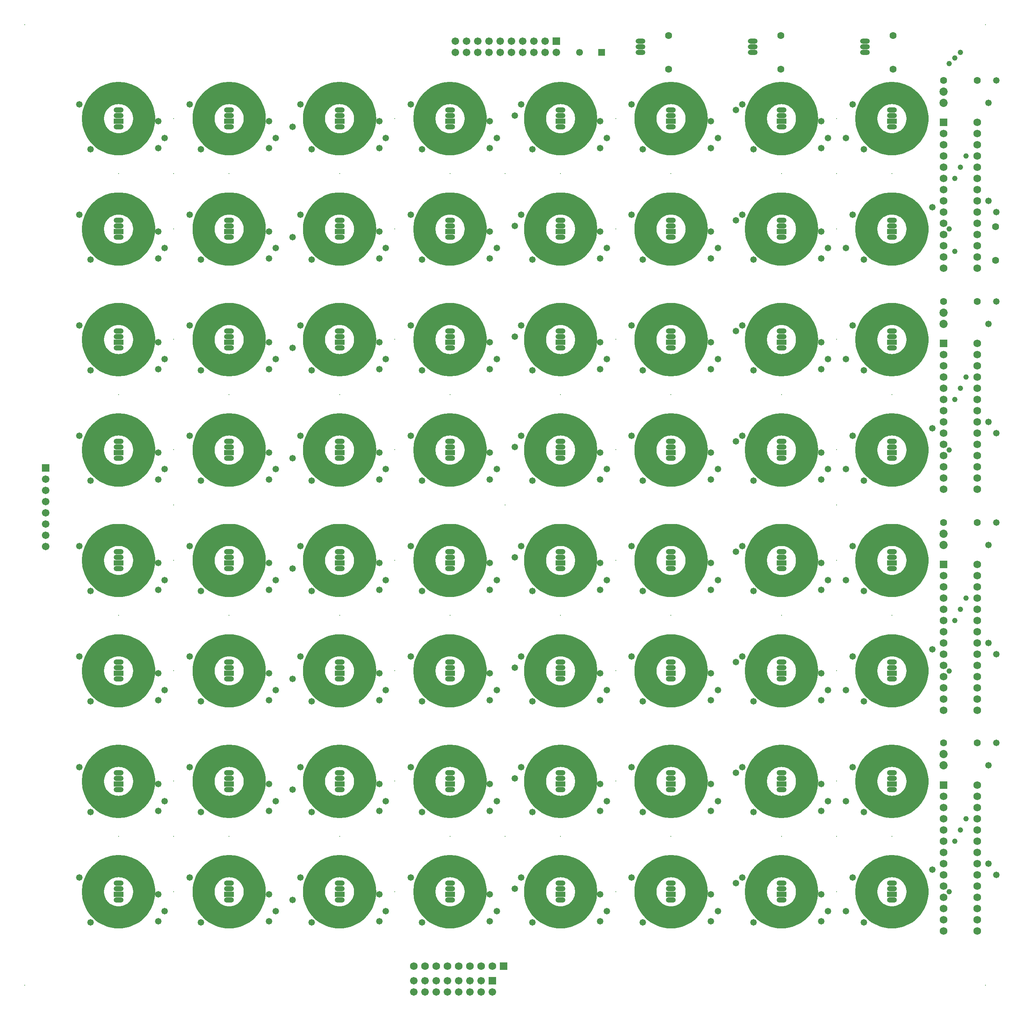
<source format=gbs>
%FSTAX23Y23*%
%MOIN*%
%SFA1B1*%

%IPPOS*%
%ADD31R,0.010000X0.010000*%
%ADD40C,0.067000*%
%ADD41R,0.067000X0.067000*%
%ADD42C,0.061000*%
%ADD43R,0.061000X0.061000*%
%ADD44C,0.008000*%
%ADD45C,0.058000*%
%ADD46O,0.088000X0.048000*%
%ADD47R,0.088000X0.048000*%
%ADD48C,0.063000*%
%ADD49O,0.087000X0.047000*%
%ADD50O,0.087000X0.047000*%
%ADD51C,0.068000*%
%ADD52R,0.068000X0.068000*%
%ADD53R,0.067000X0.067000*%
%ADD54R,0.068000X0.068000*%
%ADD55C,0.073000*%
%ADD56C,0.048000*%
%ADD57C,0.195000*%
%LNchronomepcbv2_2-1*%
%LPD*%
G54D31*
X09385Y10615D03*
X08401D03*
X07416D03*
X06432D03*
X05448D03*
X04464D03*
X03479D03*
X02495D03*
X09385Y09631D03*
X08401D03*
X07416D03*
X06432D03*
X05448D03*
X04464D03*
X03479D03*
X02495D03*
X09385Y08646D03*
X08401D03*
X07416D03*
X06432D03*
X05448D03*
X04464D03*
X03479D03*
X02495D03*
X09385Y07662D03*
X08401D03*
X07416D03*
X06432D03*
X05448D03*
X04464D03*
X03479D03*
X02495D03*
X09385Y06678D03*
X08401D03*
X07416D03*
X06432D03*
X05448D03*
X04464D03*
X03479D03*
X02495D03*
X09385Y05694D03*
X08401D03*
X07416D03*
X06432D03*
X05448D03*
X04464D03*
X03479D03*
X02495D03*
X09385Y04709D03*
X08401D03*
X07416D03*
X06432D03*
X05448D03*
X04464D03*
X03479D03*
X02495D03*
X09385Y03725D03*
X08401D03*
X07416D03*
X06432D03*
X05448D03*
X04464D03*
X03479D03*
X02495D03*
G54D40*
X0543Y0283D03*
X0553D03*
X0563D03*
X0573D03*
X0583D03*
X0593D03*
X0603D03*
X0613D03*
X0543Y0293D03*
X0553D03*
X0563D03*
X0573D03*
X0583D03*
X0593D03*
X0603D03*
X058Y11205D03*
X059D03*
X06D03*
X061D03*
X062D03*
X063D03*
X064D03*
X065D03*
X066D03*
X067D03*
X058Y11305D03*
X059D03*
X06D03*
X061D03*
X062D03*
X063D03*
X064D03*
X065D03*
X066D03*
X0215Y074D03*
Y073D03*
Y072D03*
Y071D03*
Y07D03*
Y069D03*
Y068D03*
G54D41*
X0613Y0293D03*
X067Y11305D03*
G54D42*
X06907Y11205D03*
G54D43*
X07103Y11205D03*
G54D44*
X01965Y1145D03*
X10525D03*
Y0289D03*
X01965D03*
X03292Y10123D03*
X06245D03*
X09198D03*
X03292Y0717D03*
X06245D03*
X09198D03*
X06245Y04217D03*
X09198D03*
X03292D03*
X028D03*
X08706Y10123D03*
X06737D03*
X028D03*
X03784D03*
X04769D03*
X05753D03*
X07721D03*
X0969D03*
X08706Y08154D03*
X06737D03*
X028D03*
X03784D03*
X04769D03*
X05753D03*
X07721D03*
X0969D03*
X08706Y06186D03*
X06737D03*
X028D03*
X03784D03*
X04769D03*
X05753D03*
X07721D03*
X0969D03*
X08706Y04217D03*
X06737D03*
X04769D03*
X03784D03*
X05753D03*
X07721D03*
X0969D03*
X03292Y10615D03*
X05261D03*
X07229D03*
X09198D03*
X03292Y09631D03*
X05261D03*
X07229D03*
X09198D03*
X03292Y08646D03*
X05261D03*
X07229D03*
X09198D03*
X03292Y07662D03*
X05261D03*
X07229D03*
X09198D03*
X03292Y06678D03*
X05261D03*
X07229D03*
X09198D03*
X03292Y05694D03*
X05261D03*
X07229D03*
X09198D03*
X03292Y04709D03*
X05261D03*
X07229D03*
X09198D03*
X05261Y03725D03*
X07229D03*
X09198D03*
X03292D03*
G54D45*
X0944Y1034D03*
X08456D03*
X07471D03*
X06487D03*
X05503D03*
X04519D03*
X03534D03*
X0255D03*
X0944Y09356D03*
X08456D03*
X07471D03*
X06487D03*
X05503D03*
X04519D03*
X03534D03*
X0255D03*
X0944Y08371D03*
X08456D03*
X07471D03*
X06487D03*
X05503D03*
X04519D03*
X03534D03*
X0255D03*
X0944Y07387D03*
X08456D03*
X07471D03*
X06487D03*
X05503D03*
X04519D03*
X03534D03*
X0255D03*
X0944Y06403D03*
X08456D03*
X07471D03*
X06487D03*
X05503D03*
X04519D03*
X03534D03*
X0255D03*
X0944Y05419D03*
X08456D03*
X07471D03*
X06487D03*
X05503D03*
X04519D03*
X03534D03*
X0255D03*
X0944Y04434D03*
X08456D03*
X07471D03*
X06487D03*
X05503D03*
X04519D03*
X03534D03*
X0255D03*
X0944Y0345D03*
X08456D03*
X07471D03*
X06487D03*
X05503D03*
X04519D03*
X03534D03*
X0255D03*
X05123Y037D03*
X0906Y0346D03*
Y037D03*
X08076Y0346D03*
Y037D03*
X07091Y0346D03*
Y037D03*
X06107Y0346D03*
X05123D03*
X04139D03*
Y037D03*
X03154Y0346D03*
Y037D03*
Y04444D03*
Y04684D03*
X04139Y04444D03*
Y04684D03*
X05123Y04444D03*
Y04684D03*
X06107Y04444D03*
Y04684D03*
X07091D03*
Y04444D03*
X08076Y04684D03*
Y04444D03*
X0906Y04684D03*
Y04444D03*
Y05669D03*
Y05429D03*
X08076Y05669D03*
Y05429D03*
X07091Y05669D03*
Y05429D03*
X06107Y05669D03*
Y05429D03*
X05123Y05669D03*
Y05429D03*
X04139Y05669D03*
Y05429D03*
X03154Y05669D03*
Y05429D03*
Y06653D03*
Y06413D03*
X04139Y06653D03*
Y06413D03*
X05123Y06653D03*
Y06413D03*
X06107Y06653D03*
Y06413D03*
X07091Y06653D03*
Y06413D03*
X08076Y06653D03*
Y06413D03*
X0906Y06653D03*
Y06413D03*
Y07637D03*
Y07397D03*
X08076Y07637D03*
Y07397D03*
X07091Y07637D03*
Y07397D03*
X06107Y07637D03*
Y07397D03*
X05123Y07637D03*
Y07397D03*
X04139Y07637D03*
Y07397D03*
X03154Y07637D03*
Y07397D03*
Y08621D03*
Y08381D03*
X04139Y08621D03*
Y08381D03*
X05123Y08621D03*
Y08381D03*
X06107Y08621D03*
Y08381D03*
X07091Y08621D03*
Y08381D03*
X08076Y08621D03*
Y08381D03*
X0906Y08621D03*
Y08381D03*
Y09606D03*
Y09366D03*
X08076Y09606D03*
Y09366D03*
X07091Y09606D03*
Y09366D03*
X06107Y09606D03*
Y09366D03*
X05123Y09606D03*
Y09366D03*
X04139Y09606D03*
Y09366D03*
X03154Y09606D03*
Y09366D03*
Y1059D03*
Y1035D03*
X04139Y1059D03*
Y1035D03*
X05123Y1059D03*
Y1035D03*
X06107Y1059D03*
Y1035D03*
X07091Y1059D03*
Y1035D03*
X08076Y1059D03*
Y1035D03*
X0906D03*
Y1059D03*
X0934Y1074D03*
X08356D03*
X07371D03*
X06387D03*
X05403D03*
X04419D03*
X03434D03*
X0245D03*
X0934Y09756D03*
X08356D03*
X07371D03*
X06387D03*
X05403D03*
X04419D03*
X03434D03*
X0245D03*
X0934Y08771D03*
X08356D03*
X07371D03*
X06387D03*
X05403D03*
X04419D03*
X03434D03*
X0245D03*
X0934Y07787D03*
X08356D03*
X07371D03*
X06387D03*
X05403D03*
X04419D03*
X03434D03*
X0245D03*
X0934Y06803D03*
X08356D03*
X07371D03*
X06387D03*
X05403D03*
X04419D03*
X03434D03*
X0245D03*
X0934Y05819D03*
X08356D03*
X07371D03*
X06387D03*
X05403D03*
X04419D03*
X03434D03*
X0245D03*
X0934Y04834D03*
X08356D03*
X07371D03*
X06387D03*
X05403D03*
X04419D03*
X03434D03*
X0245D03*
X0934Y0385D03*
X08356D03*
X07371D03*
X06387D03*
X05403D03*
X04419D03*
X03434D03*
X0245D03*
X0321Y0355D03*
Y1044D03*
Y0946D03*
Y0847D03*
Y0749D03*
Y065D03*
Y0552D03*
Y0453D03*
X042D03*
Y0552D03*
Y065D03*
Y0749D03*
Y0847D03*
Y0946D03*
Y1044D03*
X0518Y0453D03*
Y065D03*
Y0749D03*
Y0847D03*
Y0946D03*
Y1044D03*
X0617Y0453D03*
Y0552D03*
Y065D03*
Y0749D03*
Y0847D03*
Y0946D03*
Y1044D03*
Y0355D03*
X0814Y0453D03*
Y0552D03*
Y065D03*
Y0749D03*
Y0847D03*
Y0946D03*
Y1044D03*
Y0355D03*
X0912Y0453D03*
Y0552D03*
Y065D03*
Y0749D03*
Y0847D03*
Y0946D03*
Y1044D03*
Y0355D03*
X0518Y0552D03*
Y0355D03*
X042D03*
X0715D03*
Y0453D03*
Y0749D03*
Y1044D03*
Y0552D03*
Y065D03*
Y0847D03*
Y0946D03*
X0928Y1044D03*
Y0946D03*
Y0847D03*
Y0749D03*
Y065D03*
Y0552D03*
Y0453D03*
Y0355D03*
X0435Y0365D03*
Y04634D03*
Y05619D03*
Y06603D03*
Y07587D03*
Y08571D03*
Y09556D03*
Y1054D03*
X06331Y1064D03*
Y09656D03*
Y08671D03*
Y07687D03*
Y06703D03*
Y05719D03*
Y04734D03*
Y0375D03*
X083Y1069D03*
Y09706D03*
Y08721D03*
Y07737D03*
Y06753D03*
Y05769D03*
Y04784D03*
Y038D03*
X1055Y0988D03*
Y10755D03*
Y08785D03*
Y0791D03*
Y06814D03*
Y0485D03*
Y03975D03*
X1062Y10955D03*
Y0978D03*
Y0781D03*
Y08985D03*
Y0584D03*
Y07015D03*
X1055Y0594D03*
X1062Y03875D03*
Y0505D03*
X1005Y09825D03*
Y07855D03*
Y0392D03*
Y05885D03*
X06107Y037D03*
G54D46*
X0969Y1054D03*
Y1064D03*
Y1069D03*
X08706D03*
Y1064D03*
Y1054D03*
X07721D03*
Y1064D03*
Y1069D03*
X06737D03*
Y1064D03*
Y1054D03*
X05753D03*
Y1064D03*
Y1069D03*
X04769D03*
Y1064D03*
Y1054D03*
X03784D03*
Y1064D03*
Y1069D03*
X028D03*
Y1064D03*
Y1054D03*
X0969Y09556D03*
Y09656D03*
Y09706D03*
X08706D03*
Y09656D03*
Y09556D03*
X07721D03*
Y09656D03*
Y09706D03*
X06737D03*
Y09656D03*
Y09556D03*
X05753D03*
Y09656D03*
Y09706D03*
X04769D03*
Y09656D03*
Y09556D03*
X03784D03*
Y09656D03*
Y09706D03*
X028D03*
Y09656D03*
Y09556D03*
X0969Y08571D03*
Y08671D03*
Y08721D03*
X08706D03*
Y08671D03*
Y08571D03*
X07721D03*
Y08671D03*
Y08721D03*
X06737D03*
Y08671D03*
Y08571D03*
X05753D03*
Y08671D03*
Y08721D03*
X04769D03*
Y08671D03*
Y08571D03*
X03784D03*
Y08671D03*
Y08721D03*
X028D03*
Y08671D03*
Y08571D03*
X0969Y07587D03*
Y07687D03*
Y07737D03*
X08706D03*
Y07687D03*
Y07587D03*
X07721D03*
Y07687D03*
Y07737D03*
X06737D03*
Y07687D03*
Y07587D03*
X05753D03*
Y07687D03*
Y07737D03*
X04769D03*
Y07687D03*
Y07587D03*
X03784D03*
Y07687D03*
Y07737D03*
X028D03*
Y07687D03*
Y07587D03*
X0969Y06603D03*
Y06703D03*
Y06753D03*
X08706D03*
Y06703D03*
Y06603D03*
X07721D03*
Y06703D03*
Y06753D03*
X06737D03*
Y06703D03*
Y06603D03*
X05753D03*
Y06703D03*
Y06753D03*
X04769D03*
Y06703D03*
Y06603D03*
X03784D03*
Y06703D03*
Y06753D03*
X028D03*
Y06703D03*
Y06603D03*
X0969Y05619D03*
Y05719D03*
Y05769D03*
X08706D03*
Y05719D03*
Y05619D03*
X07721D03*
Y05719D03*
Y05769D03*
X06737D03*
Y05719D03*
Y05619D03*
X05753D03*
Y05719D03*
Y05769D03*
X04769D03*
Y05719D03*
Y05619D03*
X03784D03*
Y05719D03*
Y05769D03*
X028D03*
Y05719D03*
Y05619D03*
X0969Y04634D03*
Y04734D03*
Y04784D03*
X08706D03*
Y04734D03*
Y04634D03*
X07721D03*
Y04734D03*
Y04784D03*
X06737D03*
Y04734D03*
Y04634D03*
X05753D03*
Y04734D03*
Y04784D03*
X04769D03*
Y04734D03*
Y04634D03*
X03784D03*
Y04734D03*
Y04784D03*
X028D03*
Y04734D03*
Y04634D03*
X0969Y0365D03*
Y0375D03*
Y038D03*
X08706D03*
Y0375D03*
Y0365D03*
X07721D03*
Y0375D03*
Y038D03*
X06737D03*
Y0375D03*
Y0365D03*
X05753D03*
Y0375D03*
Y038D03*
X04769D03*
Y0375D03*
Y0365D03*
X03784D03*
Y0375D03*
Y038D03*
X028D03*
Y0375D03*
Y0365D03*
G54D47*
X0969Y1059D03*
X08706D03*
X07721D03*
X06737D03*
X05753D03*
X04769D03*
X03784D03*
X028D03*
X0969Y09606D03*
X08706D03*
X07721D03*
X06737D03*
X05753D03*
X04769D03*
X03784D03*
X028D03*
X0969Y08621D03*
X08706D03*
X07721D03*
X06737D03*
X05753D03*
X04769D03*
X03784D03*
X028D03*
X0969Y07637D03*
X08706D03*
X07721D03*
X06737D03*
X05753D03*
X04769D03*
X03784D03*
X028D03*
X0969Y06653D03*
X08706D03*
X07721D03*
X06737D03*
X05753D03*
X04769D03*
X03784D03*
X028D03*
X0969Y05669D03*
X08706D03*
X07721D03*
X06737D03*
X05753D03*
X04769D03*
X03784D03*
X028D03*
X0969Y04684D03*
X08706D03*
X07721D03*
X06737D03*
X05753D03*
X04769D03*
X03784D03*
X028D03*
X0969Y037D03*
X08706D03*
X07721D03*
X06737D03*
X05753D03*
X04769D03*
X03784D03*
X028D03*
G54D48*
X077Y11055D03*
Y11355D03*
X087Y11055D03*
Y11355D03*
X097Y11055D03*
Y11355D03*
X1015Y0505D03*
X1045D03*
X1015Y07015D03*
X1045D03*
X1015Y08985D03*
X1045D03*
X1015Y10955D03*
X1045D03*
X10615Y0935D03*
Y0965D03*
G54D49*
X0745Y11205D03*
Y11305D03*
X0845Y11205D03*
Y11305D03*
X0945Y11205D03*
Y11305D03*
G54D50*
X0745Y11255D03*
X0845D03*
X0945D03*
G54D51*
X1045Y03375D03*
Y03475D03*
Y03575D03*
Y03675D03*
Y03775D03*
Y03875D03*
Y03975D03*
Y04075D03*
Y04175D03*
Y04275D03*
Y04375D03*
Y04475D03*
Y04575D03*
Y04675D03*
X1015Y03375D03*
Y03475D03*
Y03575D03*
Y03675D03*
Y03775D03*
Y03875D03*
Y03975D03*
Y04075D03*
Y04175D03*
Y04275D03*
Y04375D03*
Y04475D03*
Y04575D03*
X1045Y0534D03*
Y0544D03*
Y0554D03*
Y0564D03*
Y0574D03*
Y0584D03*
Y0594D03*
Y0604D03*
Y0614D03*
Y0624D03*
Y0634D03*
Y0644D03*
Y0654D03*
Y0664D03*
X1015Y0534D03*
Y0544D03*
Y0554D03*
Y0564D03*
Y0574D03*
Y0584D03*
Y0594D03*
Y0604D03*
Y0614D03*
Y0624D03*
Y0634D03*
Y0644D03*
Y0654D03*
X1045Y0731D03*
Y0741D03*
Y0751D03*
Y0761D03*
Y0771D03*
Y0781D03*
Y0791D03*
Y0801D03*
Y0811D03*
Y0821D03*
Y0831D03*
Y0841D03*
Y0851D03*
Y0861D03*
X1015Y0731D03*
Y0741D03*
Y0751D03*
Y0761D03*
Y0771D03*
Y0781D03*
Y0791D03*
Y0801D03*
Y0811D03*
Y0821D03*
Y0831D03*
Y0841D03*
Y0851D03*
X1045Y0928D03*
Y0938D03*
Y0948D03*
Y0958D03*
Y0968D03*
Y0978D03*
Y0988D03*
Y0998D03*
Y1008D03*
Y1018D03*
Y1028D03*
Y1038D03*
Y1048D03*
Y1058D03*
X1015Y0928D03*
Y0938D03*
Y0948D03*
Y0958D03*
Y0968D03*
Y0978D03*
Y0988D03*
Y0998D03*
Y1008D03*
Y1018D03*
Y1028D03*
Y1038D03*
Y1048D03*
X0613Y0306D03*
X0603D03*
X0593D03*
X0583D03*
X0573D03*
X0563D03*
X0553D03*
X0543D03*
G54D52*
X1015Y04675D03*
Y0664D03*
Y0861D03*
Y1058D03*
G54D53*
X0215Y075D03*
G54D54*
X0623Y0306D03*
G54D55*
X1015Y10855D03*
Y10755D03*
Y08885D03*
Y08785D03*
Y06915D03*
Y06815D03*
Y0495D03*
Y0485D03*
G54D56*
X103Y11205D03*
X1025Y11155D03*
X102Y11105D03*
X1025Y1008D03*
X103Y1018D03*
X10202Y0963D03*
X1035Y1028D03*
X1025Y0811D03*
X103Y0821D03*
X10202Y0766D03*
X1035Y0831D03*
X1025Y0614D03*
X103Y0624D03*
X10202Y0569D03*
X1035Y0634D03*
X1025Y04175D03*
X103Y04275D03*
X10202Y03725D03*
X1035Y04375D03*
X1025Y0943D03*
G54D57*
X09917Y10615D02*
D01*
X09916Y1063*
X09914Y10646*
X09912Y10662*
X09908Y10677*
X09903Y10692*
X09897Y10707*
X0989Y10722*
X09882Y10735*
X09873Y10749*
X09863Y10761*
X09853Y10773*
X09841Y10784*
X09829Y10794*
X09816Y10804*
X09803Y10812*
X09788Y10819*
X09774Y10826*
X09759Y10831*
X09744Y10836*
X09728Y10839*
X09712Y10841*
X09696Y10842*
X09681*
X09665Y10841*
X09649Y10839*
X09633Y10836*
X09618Y10831*
X09603Y10826*
X09589Y10819*
X09575Y10812*
X09561Y10804*
X09548Y10794*
X09536Y10784*
X09524Y10773*
X09514Y10761*
X09504Y10749*
X09495Y10735*
X09487Y10722*
X0948Y10707*
X09474Y10692*
X09469Y10677*
X09465Y10662*
X09463Y10646*
X09461Y1063*
X09461Y10615*
X09461Y10599*
X09463Y10583*
X09465Y10567*
X09469Y10552*
X09474Y10537*
X0948Y10522*
X09487Y10507*
X09495Y10494*
X09504Y1048*
X09514Y10468*
X09524Y10456*
X09536Y10445*
X09548Y10435*
X09561Y10425*
X09575Y10417*
X09589Y1041*
X09603Y10403*
X09618Y10398*
X09633Y10393*
X09649Y1039*
X09665Y10388*
X09681Y10387*
X09696*
X09712Y10388*
X09728Y1039*
X09744Y10393*
X09759Y10398*
X09774Y10403*
X09788Y1041*
X09803Y10417*
X09816Y10425*
X09829Y10435*
X09841Y10445*
X09853Y10456*
X09863Y10468*
X09873Y1048*
X09882Y10494*
X0989Y10507*
X09897Y10522*
X09903Y10537*
X09908Y10552*
X09912Y10567*
X09914Y10583*
X09916Y10599*
X09917Y10615*
X08933D02*
D01*
X08932Y1063*
X0893Y10646*
X08928Y10662*
X08924Y10677*
X08919Y10692*
X08913Y10707*
X08906Y10722*
X08898Y10735*
X08889Y10749*
X08879Y10761*
X08869Y10773*
X08857Y10784*
X08845Y10794*
X08832Y10804*
X08819Y10812*
X08804Y10819*
X0879Y10826*
X08775Y10831*
X0876Y10836*
X08744Y10839*
X08728Y10841*
X08712Y10842*
X08697*
X08681Y10841*
X08665Y10839*
X08649Y10836*
X08634Y10831*
X08619Y10826*
X08605Y10819*
X08591Y10812*
X08577Y10804*
X08564Y10794*
X08552Y10784*
X0854Y10773*
X0853Y10761*
X0852Y10749*
X08511Y10735*
X08503Y10722*
X08496Y10707*
X0849Y10692*
X08485Y10677*
X08481Y10662*
X08479Y10646*
X08477Y1063*
X08477Y10615*
X08477Y10599*
X08479Y10583*
X08481Y10567*
X08485Y10552*
X0849Y10537*
X08496Y10522*
X08503Y10507*
X08511Y10494*
X0852Y1048*
X0853Y10468*
X0854Y10456*
X08552Y10445*
X08564Y10435*
X08577Y10425*
X08591Y10417*
X08605Y1041*
X08619Y10403*
X08634Y10398*
X08649Y10393*
X08665Y1039*
X08681Y10388*
X08697Y10387*
X08712*
X08728Y10388*
X08744Y1039*
X0876Y10393*
X08775Y10398*
X0879Y10403*
X08804Y1041*
X08819Y10417*
X08832Y10425*
X08845Y10435*
X08857Y10445*
X08869Y10456*
X08879Y10468*
X08889Y1048*
X08898Y10494*
X08906Y10507*
X08913Y10522*
X08919Y10537*
X08924Y10552*
X08928Y10567*
X0893Y10583*
X08932Y10599*
X08933Y10615*
X07949D02*
D01*
X07948Y1063*
X07946Y10646*
X07944Y10662*
X0794Y10677*
X07935Y10692*
X07929Y10707*
X07922Y10722*
X07914Y10735*
X07905Y10749*
X07895Y10761*
X07885Y10773*
X07873Y10784*
X07861Y10794*
X07848Y10804*
X07835Y10812*
X0782Y10819*
X07806Y10826*
X07791Y10831*
X07776Y10836*
X0776Y10839*
X07744Y10841*
X07728Y10842*
X07713*
X07697Y10841*
X07681Y10839*
X07665Y10836*
X0765Y10831*
X07635Y10826*
X07621Y10819*
X07607Y10812*
X07593Y10804*
X0758Y10794*
X07568Y10784*
X07556Y10773*
X07546Y10761*
X07536Y10749*
X07527Y10735*
X07519Y10722*
X07512Y10707*
X07506Y10692*
X07501Y10677*
X07497Y10662*
X07495Y10646*
X07493Y1063*
X07493Y10615*
X07493Y10599*
X07495Y10583*
X07497Y10567*
X07501Y10552*
X07506Y10537*
X07512Y10522*
X07519Y10507*
X07527Y10494*
X07536Y1048*
X07546Y10468*
X07556Y10456*
X07568Y10445*
X0758Y10435*
X07593Y10425*
X07607Y10417*
X07621Y1041*
X07635Y10403*
X0765Y10398*
X07665Y10393*
X07681Y1039*
X07697Y10388*
X07713Y10387*
X07728*
X07744Y10388*
X0776Y1039*
X07776Y10393*
X07791Y10398*
X07806Y10403*
X0782Y1041*
X07835Y10417*
X07848Y10425*
X07861Y10435*
X07873Y10445*
X07885Y10456*
X07895Y10468*
X07905Y1048*
X07914Y10494*
X07922Y10507*
X07929Y10522*
X07935Y10537*
X0794Y10552*
X07944Y10567*
X07946Y10583*
X07948Y10599*
X07949Y10615*
X06965D02*
D01*
X06964Y1063*
X06962Y10646*
X0696Y10662*
X06956Y10677*
X06951Y10692*
X06945Y10707*
X06938Y10722*
X0693Y10735*
X06921Y10749*
X06911Y10761*
X06901Y10773*
X06889Y10784*
X06877Y10794*
X06864Y10804*
X06851Y10812*
X06836Y10819*
X06822Y10826*
X06807Y10831*
X06792Y10836*
X06776Y10839*
X0676Y10841*
X06744Y10842*
X06729*
X06713Y10841*
X06697Y10839*
X06681Y10836*
X06666Y10831*
X06651Y10826*
X06637Y10819*
X06623Y10812*
X06609Y10804*
X06596Y10794*
X06584Y10784*
X06572Y10773*
X06562Y10761*
X06552Y10749*
X06543Y10735*
X06535Y10722*
X06528Y10707*
X06522Y10692*
X06517Y10677*
X06513Y10662*
X06511Y10646*
X06509Y1063*
X06509Y10615*
X06509Y10599*
X06511Y10583*
X06513Y10567*
X06517Y10552*
X06522Y10537*
X06528Y10522*
X06535Y10507*
X06543Y10494*
X06552Y1048*
X06562Y10468*
X06572Y10456*
X06584Y10445*
X06596Y10435*
X06609Y10425*
X06623Y10417*
X06637Y1041*
X06651Y10403*
X06666Y10398*
X06681Y10393*
X06697Y1039*
X06713Y10388*
X06729Y10387*
X06744*
X0676Y10388*
X06776Y1039*
X06792Y10393*
X06807Y10398*
X06822Y10403*
X06836Y1041*
X06851Y10417*
X06864Y10425*
X06877Y10435*
X06889Y10445*
X06901Y10456*
X06911Y10468*
X06921Y1048*
X0693Y10494*
X06938Y10507*
X06945Y10522*
X06951Y10537*
X06956Y10552*
X0696Y10567*
X06962Y10583*
X06964Y10599*
X06965Y10615*
X0598D02*
D01*
X05979Y1063*
X05977Y10646*
X05975Y10662*
X05971Y10677*
X05966Y10692*
X0596Y10707*
X05953Y10722*
X05945Y10735*
X05936Y10749*
X05926Y10761*
X05916Y10773*
X05904Y10784*
X05892Y10794*
X05879Y10804*
X05866Y10812*
X05851Y10819*
X05837Y10826*
X05822Y10831*
X05807Y10836*
X05791Y10839*
X05775Y10841*
X05759Y10842*
X05744*
X05728Y10841*
X05712Y10839*
X05696Y10836*
X05681Y10831*
X05666Y10826*
X05652Y10819*
X05638Y10812*
X05624Y10804*
X05611Y10794*
X05599Y10784*
X05587Y10773*
X05577Y10761*
X05567Y10749*
X05558Y10735*
X0555Y10722*
X05543Y10707*
X05537Y10692*
X05532Y10677*
X05528Y10662*
X05526Y10646*
X05524Y1063*
X05524Y10615*
X05524Y10599*
X05526Y10583*
X05528Y10567*
X05532Y10552*
X05537Y10537*
X05543Y10522*
X0555Y10507*
X05558Y10494*
X05567Y1048*
X05577Y10468*
X05587Y10456*
X05599Y10445*
X05611Y10435*
X05624Y10425*
X05638Y10417*
X05652Y1041*
X05666Y10403*
X05681Y10398*
X05696Y10393*
X05712Y1039*
X05728Y10388*
X05744Y10387*
X05759*
X05775Y10388*
X05791Y1039*
X05807Y10393*
X05822Y10398*
X05837Y10403*
X05851Y1041*
X05866Y10417*
X05879Y10425*
X05892Y10435*
X05904Y10445*
X05916Y10456*
X05926Y10468*
X05936Y1048*
X05945Y10494*
X05953Y10507*
X0596Y10522*
X05966Y10537*
X05971Y10552*
X05975Y10567*
X05977Y10583*
X05979Y10599*
X0598Y10615*
X04996D02*
D01*
X04995Y1063*
X04993Y10646*
X04991Y10662*
X04987Y10677*
X04982Y10692*
X04976Y10707*
X04969Y10722*
X04961Y10735*
X04952Y10749*
X04942Y10761*
X04932Y10773*
X0492Y10784*
X04908Y10794*
X04895Y10804*
X04882Y10812*
X04867Y10819*
X04853Y10826*
X04838Y10831*
X04823Y10836*
X04807Y10839*
X04791Y10841*
X04775Y10842*
X0476*
X04744Y10841*
X04728Y10839*
X04712Y10836*
X04697Y10831*
X04682Y10826*
X04668Y10819*
X04654Y10812*
X0464Y10804*
X04627Y10794*
X04615Y10784*
X04603Y10773*
X04593Y10761*
X04583Y10749*
X04574Y10735*
X04566Y10722*
X04559Y10707*
X04553Y10692*
X04548Y10677*
X04544Y10662*
X04542Y10646*
X0454Y1063*
X0454Y10615*
X0454Y10599*
X04542Y10583*
X04544Y10567*
X04548Y10552*
X04553Y10537*
X04559Y10522*
X04566Y10507*
X04574Y10494*
X04583Y1048*
X04593Y10468*
X04603Y10456*
X04615Y10445*
X04627Y10435*
X0464Y10425*
X04654Y10417*
X04668Y1041*
X04682Y10403*
X04697Y10398*
X04712Y10393*
X04728Y1039*
X04744Y10388*
X0476Y10387*
X04775*
X04791Y10388*
X04807Y1039*
X04823Y10393*
X04838Y10398*
X04853Y10403*
X04867Y1041*
X04882Y10417*
X04895Y10425*
X04908Y10435*
X0492Y10445*
X04932Y10456*
X04942Y10468*
X04952Y1048*
X04961Y10494*
X04969Y10507*
X04976Y10522*
X04982Y10537*
X04987Y10552*
X04991Y10567*
X04993Y10583*
X04995Y10599*
X04996Y10615*
X04012D02*
D01*
X04011Y1063*
X04009Y10646*
X04007Y10662*
X04003Y10677*
X03998Y10692*
X03992Y10707*
X03985Y10722*
X03977Y10735*
X03968Y10749*
X03958Y10761*
X03948Y10773*
X03936Y10784*
X03924Y10794*
X03911Y10804*
X03898Y10812*
X03883Y10819*
X03869Y10826*
X03854Y10831*
X03839Y10836*
X03823Y10839*
X03807Y10841*
X03791Y10842*
X03776*
X0376Y10841*
X03744Y10839*
X03728Y10836*
X03713Y10831*
X03698Y10826*
X03684Y10819*
X0367Y10812*
X03656Y10804*
X03643Y10794*
X03631Y10784*
X03619Y10773*
X03609Y10761*
X03599Y10749*
X0359Y10735*
X03582Y10722*
X03575Y10707*
X03569Y10692*
X03564Y10677*
X0356Y10662*
X03558Y10646*
X03556Y1063*
X03556Y10615*
X03556Y10599*
X03558Y10583*
X0356Y10567*
X03564Y10552*
X03569Y10537*
X03575Y10522*
X03582Y10507*
X0359Y10494*
X03599Y1048*
X03609Y10468*
X03619Y10456*
X03631Y10445*
X03643Y10435*
X03656Y10425*
X0367Y10417*
X03684Y1041*
X03698Y10403*
X03713Y10398*
X03728Y10393*
X03744Y1039*
X0376Y10388*
X03776Y10387*
X03791*
X03807Y10388*
X03823Y1039*
X03839Y10393*
X03854Y10398*
X03869Y10403*
X03883Y1041*
X03898Y10417*
X03911Y10425*
X03924Y10435*
X03936Y10445*
X03948Y10456*
X03958Y10468*
X03968Y1048*
X03977Y10494*
X03985Y10507*
X03992Y10522*
X03998Y10537*
X04003Y10552*
X04007Y10567*
X04009Y10583*
X04011Y10599*
X04012Y10615*
X03027D02*
D01*
X03026Y1063*
X03024Y10646*
X03022Y10662*
X03018Y10677*
X03013Y10692*
X03007Y10707*
X03Y10722*
X02992Y10735*
X02983Y10749*
X02973Y10761*
X02963Y10773*
X02951Y10784*
X02939Y10794*
X02926Y10804*
X02913Y10812*
X02898Y10819*
X02884Y10826*
X02869Y10831*
X02854Y10836*
X02838Y10839*
X02822Y10841*
X02806Y10842*
X02791*
X02775Y10841*
X02759Y10839*
X02743Y10836*
X02728Y10831*
X02713Y10826*
X02699Y10819*
X02685Y10812*
X02671Y10804*
X02658Y10794*
X02646Y10784*
X02634Y10773*
X02624Y10761*
X02614Y10749*
X02605Y10735*
X02597Y10722*
X0259Y10707*
X02584Y10692*
X02579Y10677*
X02575Y10662*
X02573Y10646*
X02571Y1063*
X02571Y10615*
X02571Y10599*
X02573Y10583*
X02575Y10567*
X02579Y10552*
X02584Y10537*
X0259Y10522*
X02597Y10507*
X02605Y10494*
X02614Y1048*
X02624Y10468*
X02634Y10456*
X02646Y10445*
X02658Y10435*
X02671Y10425*
X02685Y10417*
X02699Y1041*
X02713Y10403*
X02728Y10398*
X02743Y10393*
X02759Y1039*
X02775Y10388*
X02791Y10387*
X02806*
X02822Y10388*
X02838Y1039*
X02854Y10393*
X02869Y10398*
X02884Y10403*
X02898Y1041*
X02913Y10417*
X02926Y10425*
X02939Y10435*
X02951Y10445*
X02963Y10456*
X02973Y10468*
X02983Y1048*
X02992Y10494*
X03Y10507*
X03007Y10522*
X03013Y10537*
X03018Y10552*
X03022Y10567*
X03024Y10583*
X03026Y10599*
X03027Y10615*
X09917Y09631D02*
D01*
X09916Y09646*
X09914Y09662*
X09912Y09678*
X09908Y09693*
X09903Y09708*
X09897Y09723*
X0989Y09738*
X09882Y09751*
X09873Y09765*
X09863Y09777*
X09853Y09789*
X09841Y098*
X09829Y0981*
X09816Y0982*
X09803Y09828*
X09788Y09835*
X09774Y09842*
X09759Y09847*
X09744Y09852*
X09728Y09855*
X09712Y09857*
X09696Y09858*
X09681*
X09665Y09857*
X09649Y09855*
X09633Y09852*
X09618Y09847*
X09603Y09842*
X09589Y09835*
X09575Y09828*
X09561Y0982*
X09548Y0981*
X09536Y098*
X09524Y09789*
X09514Y09777*
X09504Y09765*
X09495Y09751*
X09487Y09738*
X0948Y09723*
X09474Y09708*
X09469Y09693*
X09465Y09678*
X09463Y09662*
X09461Y09646*
X09461Y09631*
X09461Y09615*
X09463Y09599*
X09465Y09583*
X09469Y09568*
X09474Y09553*
X0948Y09538*
X09487Y09523*
X09495Y0951*
X09504Y09496*
X09514Y09484*
X09524Y09472*
X09536Y09461*
X09548Y09451*
X09561Y09441*
X09575Y09433*
X09589Y09426*
X09603Y09419*
X09618Y09414*
X09633Y09409*
X09649Y09406*
X09665Y09404*
X09681Y09403*
X09696*
X09712Y09404*
X09728Y09406*
X09744Y09409*
X09759Y09414*
X09774Y09419*
X09788Y09426*
X09803Y09433*
X09816Y09441*
X09829Y09451*
X09841Y09461*
X09853Y09472*
X09863Y09484*
X09873Y09496*
X09882Y0951*
X0989Y09523*
X09897Y09538*
X09903Y09553*
X09908Y09568*
X09912Y09583*
X09914Y09599*
X09916Y09615*
X09917Y09631*
X08933D02*
D01*
X08932Y09646*
X0893Y09662*
X08928Y09678*
X08924Y09693*
X08919Y09708*
X08913Y09723*
X08906Y09738*
X08898Y09751*
X08889Y09765*
X08879Y09777*
X08869Y09789*
X08857Y098*
X08845Y0981*
X08832Y0982*
X08819Y09828*
X08804Y09835*
X0879Y09842*
X08775Y09847*
X0876Y09852*
X08744Y09855*
X08728Y09857*
X08712Y09858*
X08697*
X08681Y09857*
X08665Y09855*
X08649Y09852*
X08634Y09847*
X08619Y09842*
X08605Y09835*
X08591Y09828*
X08577Y0982*
X08564Y0981*
X08552Y098*
X0854Y09789*
X0853Y09777*
X0852Y09765*
X08511Y09751*
X08503Y09738*
X08496Y09723*
X0849Y09708*
X08485Y09693*
X08481Y09678*
X08479Y09662*
X08477Y09646*
X08477Y09631*
X08477Y09615*
X08479Y09599*
X08481Y09583*
X08485Y09568*
X0849Y09553*
X08496Y09538*
X08503Y09523*
X08511Y0951*
X0852Y09496*
X0853Y09484*
X0854Y09472*
X08552Y09461*
X08564Y09451*
X08577Y09441*
X08591Y09433*
X08605Y09426*
X08619Y09419*
X08634Y09414*
X08649Y09409*
X08665Y09406*
X08681Y09404*
X08697Y09403*
X08712*
X08728Y09404*
X08744Y09406*
X0876Y09409*
X08775Y09414*
X0879Y09419*
X08804Y09426*
X08819Y09433*
X08832Y09441*
X08845Y09451*
X08857Y09461*
X08869Y09472*
X08879Y09484*
X08889Y09496*
X08898Y0951*
X08906Y09523*
X08913Y09538*
X08919Y09553*
X08924Y09568*
X08928Y09583*
X0893Y09599*
X08932Y09615*
X08933Y09631*
X07949D02*
D01*
X07948Y09646*
X07946Y09662*
X07944Y09678*
X0794Y09693*
X07935Y09708*
X07929Y09723*
X07922Y09738*
X07914Y09751*
X07905Y09765*
X07895Y09777*
X07885Y09789*
X07873Y098*
X07861Y0981*
X07848Y0982*
X07835Y09828*
X0782Y09835*
X07806Y09842*
X07791Y09847*
X07776Y09852*
X0776Y09855*
X07744Y09857*
X07728Y09858*
X07713*
X07697Y09857*
X07681Y09855*
X07665Y09852*
X0765Y09847*
X07635Y09842*
X07621Y09835*
X07607Y09828*
X07593Y0982*
X0758Y0981*
X07568Y098*
X07556Y09789*
X07546Y09777*
X07536Y09765*
X07527Y09751*
X07519Y09738*
X07512Y09723*
X07506Y09708*
X07501Y09693*
X07497Y09678*
X07495Y09662*
X07493Y09646*
X07493Y09631*
X07493Y09615*
X07495Y09599*
X07497Y09583*
X07501Y09568*
X07506Y09553*
X07512Y09538*
X07519Y09523*
X07527Y0951*
X07536Y09496*
X07546Y09484*
X07556Y09472*
X07568Y09461*
X0758Y09451*
X07593Y09441*
X07607Y09433*
X07621Y09426*
X07635Y09419*
X0765Y09414*
X07665Y09409*
X07681Y09406*
X07697Y09404*
X07713Y09403*
X07728*
X07744Y09404*
X0776Y09406*
X07776Y09409*
X07791Y09414*
X07806Y09419*
X0782Y09426*
X07835Y09433*
X07848Y09441*
X07861Y09451*
X07873Y09461*
X07885Y09472*
X07895Y09484*
X07905Y09496*
X07914Y0951*
X07922Y09523*
X07929Y09538*
X07935Y09553*
X0794Y09568*
X07944Y09583*
X07946Y09599*
X07948Y09615*
X07949Y09631*
X06965D02*
D01*
X06964Y09646*
X06962Y09662*
X0696Y09678*
X06956Y09693*
X06951Y09708*
X06945Y09723*
X06938Y09738*
X0693Y09751*
X06921Y09765*
X06911Y09777*
X06901Y09789*
X06889Y098*
X06877Y0981*
X06864Y0982*
X06851Y09828*
X06836Y09835*
X06822Y09842*
X06807Y09847*
X06792Y09852*
X06776Y09855*
X0676Y09857*
X06744Y09858*
X06729*
X06713Y09857*
X06697Y09855*
X06681Y09852*
X06666Y09847*
X06651Y09842*
X06637Y09835*
X06623Y09828*
X06609Y0982*
X06596Y0981*
X06584Y098*
X06572Y09789*
X06562Y09777*
X06552Y09765*
X06543Y09751*
X06535Y09738*
X06528Y09723*
X06522Y09708*
X06517Y09693*
X06513Y09678*
X06511Y09662*
X06509Y09646*
X06509Y09631*
X06509Y09615*
X06511Y09599*
X06513Y09583*
X06517Y09568*
X06522Y09553*
X06528Y09538*
X06535Y09523*
X06543Y0951*
X06552Y09496*
X06562Y09484*
X06572Y09472*
X06584Y09461*
X06596Y09451*
X06609Y09441*
X06623Y09433*
X06637Y09426*
X06651Y09419*
X06666Y09414*
X06681Y09409*
X06697Y09406*
X06713Y09404*
X06729Y09403*
X06744*
X0676Y09404*
X06776Y09406*
X06792Y09409*
X06807Y09414*
X06822Y09419*
X06836Y09426*
X06851Y09433*
X06864Y09441*
X06877Y09451*
X06889Y09461*
X06901Y09472*
X06911Y09484*
X06921Y09496*
X0693Y0951*
X06938Y09523*
X06945Y09538*
X06951Y09553*
X06956Y09568*
X0696Y09583*
X06962Y09599*
X06964Y09615*
X06965Y09631*
X0598D02*
D01*
X05979Y09646*
X05977Y09662*
X05975Y09678*
X05971Y09693*
X05966Y09708*
X0596Y09723*
X05953Y09738*
X05945Y09751*
X05936Y09765*
X05926Y09777*
X05916Y09789*
X05904Y098*
X05892Y0981*
X05879Y0982*
X05866Y09828*
X05851Y09835*
X05837Y09842*
X05822Y09847*
X05807Y09852*
X05791Y09855*
X05775Y09857*
X05759Y09858*
X05744*
X05728Y09857*
X05712Y09855*
X05696Y09852*
X05681Y09847*
X05666Y09842*
X05652Y09835*
X05638Y09828*
X05624Y0982*
X05611Y0981*
X05599Y098*
X05587Y09789*
X05577Y09777*
X05567Y09765*
X05558Y09751*
X0555Y09738*
X05543Y09723*
X05537Y09708*
X05532Y09693*
X05528Y09678*
X05526Y09662*
X05524Y09646*
X05524Y09631*
X05524Y09615*
X05526Y09599*
X05528Y09583*
X05532Y09568*
X05537Y09553*
X05543Y09538*
X0555Y09523*
X05558Y0951*
X05567Y09496*
X05577Y09484*
X05587Y09472*
X05599Y09461*
X05611Y09451*
X05624Y09441*
X05638Y09433*
X05652Y09426*
X05666Y09419*
X05681Y09414*
X05696Y09409*
X05712Y09406*
X05728Y09404*
X05744Y09403*
X05759*
X05775Y09404*
X05791Y09406*
X05807Y09409*
X05822Y09414*
X05837Y09419*
X05851Y09426*
X05866Y09433*
X05879Y09441*
X05892Y09451*
X05904Y09461*
X05916Y09472*
X05926Y09484*
X05936Y09496*
X05945Y0951*
X05953Y09523*
X0596Y09538*
X05966Y09553*
X05971Y09568*
X05975Y09583*
X05977Y09599*
X05979Y09615*
X0598Y09631*
X04996D02*
D01*
X04995Y09646*
X04993Y09662*
X04991Y09678*
X04987Y09693*
X04982Y09708*
X04976Y09723*
X04969Y09738*
X04961Y09751*
X04952Y09765*
X04942Y09777*
X04932Y09789*
X0492Y098*
X04908Y0981*
X04895Y0982*
X04882Y09828*
X04867Y09835*
X04853Y09842*
X04838Y09847*
X04823Y09852*
X04807Y09855*
X04791Y09857*
X04775Y09858*
X0476*
X04744Y09857*
X04728Y09855*
X04712Y09852*
X04697Y09847*
X04682Y09842*
X04668Y09835*
X04654Y09828*
X0464Y0982*
X04627Y0981*
X04615Y098*
X04603Y09789*
X04593Y09777*
X04583Y09765*
X04574Y09751*
X04566Y09738*
X04559Y09723*
X04553Y09708*
X04548Y09693*
X04544Y09678*
X04542Y09662*
X0454Y09646*
X0454Y09631*
X0454Y09615*
X04542Y09599*
X04544Y09583*
X04548Y09568*
X04553Y09553*
X04559Y09538*
X04566Y09523*
X04574Y0951*
X04583Y09496*
X04593Y09484*
X04603Y09472*
X04615Y09461*
X04627Y09451*
X0464Y09441*
X04654Y09433*
X04668Y09426*
X04682Y09419*
X04697Y09414*
X04712Y09409*
X04728Y09406*
X04744Y09404*
X0476Y09403*
X04775*
X04791Y09404*
X04807Y09406*
X04823Y09409*
X04838Y09414*
X04853Y09419*
X04867Y09426*
X04882Y09433*
X04895Y09441*
X04908Y09451*
X0492Y09461*
X04932Y09472*
X04942Y09484*
X04952Y09496*
X04961Y0951*
X04969Y09523*
X04976Y09538*
X04982Y09553*
X04987Y09568*
X04991Y09583*
X04993Y09599*
X04995Y09615*
X04996Y09631*
X04012D02*
D01*
X04011Y09646*
X04009Y09662*
X04007Y09678*
X04003Y09693*
X03998Y09708*
X03992Y09723*
X03985Y09738*
X03977Y09751*
X03968Y09765*
X03958Y09777*
X03948Y09789*
X03936Y098*
X03924Y0981*
X03911Y0982*
X03898Y09828*
X03883Y09835*
X03869Y09842*
X03854Y09847*
X03839Y09852*
X03823Y09855*
X03807Y09857*
X03791Y09858*
X03776*
X0376Y09857*
X03744Y09855*
X03728Y09852*
X03713Y09847*
X03698Y09842*
X03684Y09835*
X0367Y09828*
X03656Y0982*
X03643Y0981*
X03631Y098*
X03619Y09789*
X03609Y09777*
X03599Y09765*
X0359Y09751*
X03582Y09738*
X03575Y09723*
X03569Y09708*
X03564Y09693*
X0356Y09678*
X03558Y09662*
X03556Y09646*
X03556Y09631*
X03556Y09615*
X03558Y09599*
X0356Y09583*
X03564Y09568*
X03569Y09553*
X03575Y09538*
X03582Y09523*
X0359Y0951*
X03599Y09496*
X03609Y09484*
X03619Y09472*
X03631Y09461*
X03643Y09451*
X03656Y09441*
X0367Y09433*
X03684Y09426*
X03698Y09419*
X03713Y09414*
X03728Y09409*
X03744Y09406*
X0376Y09404*
X03776Y09403*
X03791*
X03807Y09404*
X03823Y09406*
X03839Y09409*
X03854Y09414*
X03869Y09419*
X03883Y09426*
X03898Y09433*
X03911Y09441*
X03924Y09451*
X03936Y09461*
X03948Y09472*
X03958Y09484*
X03968Y09496*
X03977Y0951*
X03985Y09523*
X03992Y09538*
X03998Y09553*
X04003Y09568*
X04007Y09583*
X04009Y09599*
X04011Y09615*
X04012Y09631*
X03027D02*
D01*
X03026Y09646*
X03024Y09662*
X03022Y09678*
X03018Y09693*
X03013Y09708*
X03007Y09723*
X03Y09738*
X02992Y09751*
X02983Y09765*
X02973Y09777*
X02963Y09789*
X02951Y098*
X02939Y0981*
X02926Y0982*
X02913Y09828*
X02898Y09835*
X02884Y09842*
X02869Y09847*
X02854Y09852*
X02838Y09855*
X02822Y09857*
X02806Y09858*
X02791*
X02775Y09857*
X02759Y09855*
X02743Y09852*
X02728Y09847*
X02713Y09842*
X02699Y09835*
X02685Y09828*
X02671Y0982*
X02658Y0981*
X02646Y098*
X02634Y09789*
X02624Y09777*
X02614Y09765*
X02605Y09751*
X02597Y09738*
X0259Y09723*
X02584Y09708*
X02579Y09693*
X02575Y09678*
X02573Y09662*
X02571Y09646*
X02571Y09631*
X02571Y09615*
X02573Y09599*
X02575Y09583*
X02579Y09568*
X02584Y09553*
X0259Y09538*
X02597Y09523*
X02605Y0951*
X02614Y09496*
X02624Y09484*
X02634Y09472*
X02646Y09461*
X02658Y09451*
X02671Y09441*
X02685Y09433*
X02699Y09426*
X02713Y09419*
X02728Y09414*
X02743Y09409*
X02759Y09406*
X02775Y09404*
X02791Y09403*
X02806*
X02822Y09404*
X02838Y09406*
X02854Y09409*
X02869Y09414*
X02884Y09419*
X02898Y09426*
X02913Y09433*
X02926Y09441*
X02939Y09451*
X02951Y09461*
X02963Y09472*
X02973Y09484*
X02983Y09496*
X02992Y0951*
X03Y09523*
X03007Y09538*
X03013Y09553*
X03018Y09568*
X03022Y09583*
X03024Y09599*
X03026Y09615*
X03027Y09631*
X09917Y08646D02*
D01*
X09916Y08661*
X09914Y08677*
X09912Y08693*
X09908Y08708*
X09903Y08723*
X09897Y08738*
X0989Y08753*
X09882Y08766*
X09873Y0878*
X09863Y08792*
X09853Y08804*
X09841Y08815*
X09829Y08825*
X09816Y08835*
X09803Y08843*
X09788Y0885*
X09774Y08857*
X09759Y08862*
X09744Y08867*
X09728Y0887*
X09712Y08872*
X09696Y08873*
X09681*
X09665Y08872*
X09649Y0887*
X09633Y08867*
X09618Y08862*
X09603Y08857*
X09589Y0885*
X09575Y08843*
X09561Y08835*
X09548Y08825*
X09536Y08815*
X09524Y08804*
X09514Y08792*
X09504Y0878*
X09495Y08766*
X09487Y08753*
X0948Y08738*
X09474Y08723*
X09469Y08708*
X09465Y08693*
X09463Y08677*
X09461Y08661*
X09461Y08646*
X09461Y0863*
X09463Y08614*
X09465Y08598*
X09469Y08583*
X09474Y08568*
X0948Y08553*
X09487Y08538*
X09495Y08525*
X09504Y08511*
X09514Y08499*
X09524Y08487*
X09536Y08476*
X09548Y08466*
X09561Y08456*
X09575Y08448*
X09589Y08441*
X09603Y08434*
X09618Y08429*
X09633Y08424*
X09649Y08421*
X09665Y08419*
X09681Y08418*
X09696*
X09712Y08419*
X09728Y08421*
X09744Y08424*
X09759Y08429*
X09774Y08434*
X09788Y08441*
X09803Y08448*
X09816Y08456*
X09829Y08466*
X09841Y08476*
X09853Y08487*
X09863Y08499*
X09873Y08511*
X09882Y08525*
X0989Y08538*
X09897Y08553*
X09903Y08568*
X09908Y08583*
X09912Y08598*
X09914Y08614*
X09916Y0863*
X09917Y08646*
X08933D02*
D01*
X08932Y08661*
X0893Y08677*
X08928Y08693*
X08924Y08708*
X08919Y08723*
X08913Y08738*
X08906Y08753*
X08898Y08766*
X08889Y0878*
X08879Y08792*
X08869Y08804*
X08857Y08815*
X08845Y08825*
X08832Y08835*
X08819Y08843*
X08804Y0885*
X0879Y08857*
X08775Y08862*
X0876Y08867*
X08744Y0887*
X08728Y08872*
X08712Y08873*
X08697*
X08681Y08872*
X08665Y0887*
X08649Y08867*
X08634Y08862*
X08619Y08857*
X08605Y0885*
X08591Y08843*
X08577Y08835*
X08564Y08825*
X08552Y08815*
X0854Y08804*
X0853Y08792*
X0852Y0878*
X08511Y08766*
X08503Y08753*
X08496Y08738*
X0849Y08723*
X08485Y08708*
X08481Y08693*
X08479Y08677*
X08477Y08661*
X08477Y08646*
X08477Y0863*
X08479Y08614*
X08481Y08598*
X08485Y08583*
X0849Y08568*
X08496Y08553*
X08503Y08538*
X08511Y08525*
X0852Y08511*
X0853Y08499*
X0854Y08487*
X08552Y08476*
X08564Y08466*
X08577Y08456*
X08591Y08448*
X08605Y08441*
X08619Y08434*
X08634Y08429*
X08649Y08424*
X08665Y08421*
X08681Y08419*
X08697Y08418*
X08712*
X08728Y08419*
X08744Y08421*
X0876Y08424*
X08775Y08429*
X0879Y08434*
X08804Y08441*
X08819Y08448*
X08832Y08456*
X08845Y08466*
X08857Y08476*
X08869Y08487*
X08879Y08499*
X08889Y08511*
X08898Y08525*
X08906Y08538*
X08913Y08553*
X08919Y08568*
X08924Y08583*
X08928Y08598*
X0893Y08614*
X08932Y0863*
X08933Y08646*
X07949D02*
D01*
X07948Y08661*
X07946Y08677*
X07944Y08693*
X0794Y08708*
X07935Y08723*
X07929Y08738*
X07922Y08753*
X07914Y08766*
X07905Y0878*
X07895Y08792*
X07885Y08804*
X07873Y08815*
X07861Y08825*
X07848Y08835*
X07835Y08843*
X0782Y0885*
X07806Y08857*
X07791Y08862*
X07776Y08867*
X0776Y0887*
X07744Y08872*
X07728Y08873*
X07713*
X07697Y08872*
X07681Y0887*
X07665Y08867*
X0765Y08862*
X07635Y08857*
X07621Y0885*
X07607Y08843*
X07593Y08835*
X0758Y08825*
X07568Y08815*
X07556Y08804*
X07546Y08792*
X07536Y0878*
X07527Y08766*
X07519Y08753*
X07512Y08738*
X07506Y08723*
X07501Y08708*
X07497Y08693*
X07495Y08677*
X07493Y08661*
X07493Y08646*
X07493Y0863*
X07495Y08614*
X07497Y08598*
X07501Y08583*
X07506Y08568*
X07512Y08553*
X07519Y08538*
X07527Y08525*
X07536Y08511*
X07546Y08499*
X07556Y08487*
X07568Y08476*
X0758Y08466*
X07593Y08456*
X07607Y08448*
X07621Y08441*
X07635Y08434*
X0765Y08429*
X07665Y08424*
X07681Y08421*
X07697Y08419*
X07713Y08418*
X07728*
X07744Y08419*
X0776Y08421*
X07776Y08424*
X07791Y08429*
X07806Y08434*
X0782Y08441*
X07835Y08448*
X07848Y08456*
X07861Y08466*
X07873Y08476*
X07885Y08487*
X07895Y08499*
X07905Y08511*
X07914Y08525*
X07922Y08538*
X07929Y08553*
X07935Y08568*
X0794Y08583*
X07944Y08598*
X07946Y08614*
X07948Y0863*
X07949Y08646*
X06965D02*
D01*
X06964Y08661*
X06962Y08677*
X0696Y08693*
X06956Y08708*
X06951Y08723*
X06945Y08738*
X06938Y08753*
X0693Y08766*
X06921Y0878*
X06911Y08792*
X06901Y08804*
X06889Y08815*
X06877Y08825*
X06864Y08835*
X06851Y08843*
X06836Y0885*
X06822Y08857*
X06807Y08862*
X06792Y08867*
X06776Y0887*
X0676Y08872*
X06744Y08873*
X06729*
X06713Y08872*
X06697Y0887*
X06681Y08867*
X06666Y08862*
X06651Y08857*
X06637Y0885*
X06623Y08843*
X06609Y08835*
X06596Y08825*
X06584Y08815*
X06572Y08804*
X06562Y08792*
X06552Y0878*
X06543Y08766*
X06535Y08753*
X06528Y08738*
X06522Y08723*
X06517Y08708*
X06513Y08693*
X06511Y08677*
X06509Y08661*
X06509Y08646*
X06509Y0863*
X06511Y08614*
X06513Y08598*
X06517Y08583*
X06522Y08568*
X06528Y08553*
X06535Y08538*
X06543Y08525*
X06552Y08511*
X06562Y08499*
X06572Y08487*
X06584Y08476*
X06596Y08466*
X06609Y08456*
X06623Y08448*
X06637Y08441*
X06651Y08434*
X06666Y08429*
X06681Y08424*
X06697Y08421*
X06713Y08419*
X06729Y08418*
X06744*
X0676Y08419*
X06776Y08421*
X06792Y08424*
X06807Y08429*
X06822Y08434*
X06836Y08441*
X06851Y08448*
X06864Y08456*
X06877Y08466*
X06889Y08476*
X06901Y08487*
X06911Y08499*
X06921Y08511*
X0693Y08525*
X06938Y08538*
X06945Y08553*
X06951Y08568*
X06956Y08583*
X0696Y08598*
X06962Y08614*
X06964Y0863*
X06965Y08646*
X0598D02*
D01*
X05979Y08661*
X05977Y08677*
X05975Y08693*
X05971Y08708*
X05966Y08723*
X0596Y08738*
X05953Y08753*
X05945Y08766*
X05936Y0878*
X05926Y08792*
X05916Y08804*
X05904Y08815*
X05892Y08825*
X05879Y08835*
X05866Y08843*
X05851Y0885*
X05837Y08857*
X05822Y08862*
X05807Y08867*
X05791Y0887*
X05775Y08872*
X05759Y08873*
X05744*
X05728Y08872*
X05712Y0887*
X05696Y08867*
X05681Y08862*
X05666Y08857*
X05652Y0885*
X05638Y08843*
X05624Y08835*
X05611Y08825*
X05599Y08815*
X05587Y08804*
X05577Y08792*
X05567Y0878*
X05558Y08766*
X0555Y08753*
X05543Y08738*
X05537Y08723*
X05532Y08708*
X05528Y08693*
X05526Y08677*
X05524Y08661*
X05524Y08646*
X05524Y0863*
X05526Y08614*
X05528Y08598*
X05532Y08583*
X05537Y08568*
X05543Y08553*
X0555Y08538*
X05558Y08525*
X05567Y08511*
X05577Y08499*
X05587Y08487*
X05599Y08476*
X05611Y08466*
X05624Y08456*
X05638Y08448*
X05652Y08441*
X05666Y08434*
X05681Y08429*
X05696Y08424*
X05712Y08421*
X05728Y08419*
X05744Y08418*
X05759*
X05775Y08419*
X05791Y08421*
X05807Y08424*
X05822Y08429*
X05837Y08434*
X05851Y08441*
X05866Y08448*
X05879Y08456*
X05892Y08466*
X05904Y08476*
X05916Y08487*
X05926Y08499*
X05936Y08511*
X05945Y08525*
X05953Y08538*
X0596Y08553*
X05966Y08568*
X05971Y08583*
X05975Y08598*
X05977Y08614*
X05979Y0863*
X0598Y08646*
X04996D02*
D01*
X04995Y08661*
X04993Y08677*
X04991Y08693*
X04987Y08708*
X04982Y08723*
X04976Y08738*
X04969Y08753*
X04961Y08766*
X04952Y0878*
X04942Y08792*
X04932Y08804*
X0492Y08815*
X04908Y08825*
X04895Y08835*
X04882Y08843*
X04867Y0885*
X04853Y08857*
X04838Y08862*
X04823Y08867*
X04807Y0887*
X04791Y08872*
X04775Y08873*
X0476*
X04744Y08872*
X04728Y0887*
X04712Y08867*
X04697Y08862*
X04682Y08857*
X04668Y0885*
X04654Y08843*
X0464Y08835*
X04627Y08825*
X04615Y08815*
X04603Y08804*
X04593Y08792*
X04583Y0878*
X04574Y08766*
X04566Y08753*
X04559Y08738*
X04553Y08723*
X04548Y08708*
X04544Y08693*
X04542Y08677*
X0454Y08661*
X0454Y08646*
X0454Y0863*
X04542Y08614*
X04544Y08598*
X04548Y08583*
X04553Y08568*
X04559Y08553*
X04566Y08538*
X04574Y08525*
X04583Y08511*
X04593Y08499*
X04603Y08487*
X04615Y08476*
X04627Y08466*
X0464Y08456*
X04654Y08448*
X04668Y08441*
X04682Y08434*
X04697Y08429*
X04712Y08424*
X04728Y08421*
X04744Y08419*
X0476Y08418*
X04775*
X04791Y08419*
X04807Y08421*
X04823Y08424*
X04838Y08429*
X04853Y08434*
X04867Y08441*
X04882Y08448*
X04895Y08456*
X04908Y08466*
X0492Y08476*
X04932Y08487*
X04942Y08499*
X04952Y08511*
X04961Y08525*
X04969Y08538*
X04976Y08553*
X04982Y08568*
X04987Y08583*
X04991Y08598*
X04993Y08614*
X04995Y0863*
X04996Y08646*
X04012D02*
D01*
X04011Y08661*
X04009Y08677*
X04007Y08693*
X04003Y08708*
X03998Y08723*
X03992Y08738*
X03985Y08753*
X03977Y08766*
X03968Y0878*
X03958Y08792*
X03948Y08804*
X03936Y08815*
X03924Y08825*
X03911Y08835*
X03898Y08843*
X03883Y0885*
X03869Y08857*
X03854Y08862*
X03839Y08867*
X03823Y0887*
X03807Y08872*
X03791Y08873*
X03776*
X0376Y08872*
X03744Y0887*
X03728Y08867*
X03713Y08862*
X03698Y08857*
X03684Y0885*
X0367Y08843*
X03656Y08835*
X03643Y08825*
X03631Y08815*
X03619Y08804*
X03609Y08792*
X03599Y0878*
X0359Y08766*
X03582Y08753*
X03575Y08738*
X03569Y08723*
X03564Y08708*
X0356Y08693*
X03558Y08677*
X03556Y08661*
X03556Y08646*
X03556Y0863*
X03558Y08614*
X0356Y08598*
X03564Y08583*
X03569Y08568*
X03575Y08553*
X03582Y08538*
X0359Y08525*
X03599Y08511*
X03609Y08499*
X03619Y08487*
X03631Y08476*
X03643Y08466*
X03656Y08456*
X0367Y08448*
X03684Y08441*
X03698Y08434*
X03713Y08429*
X03728Y08424*
X03744Y08421*
X0376Y08419*
X03776Y08418*
X03791*
X03807Y08419*
X03823Y08421*
X03839Y08424*
X03854Y08429*
X03869Y08434*
X03883Y08441*
X03898Y08448*
X03911Y08456*
X03924Y08466*
X03936Y08476*
X03948Y08487*
X03958Y08499*
X03968Y08511*
X03977Y08525*
X03985Y08538*
X03992Y08553*
X03998Y08568*
X04003Y08583*
X04007Y08598*
X04009Y08614*
X04011Y0863*
X04012Y08646*
X03027D02*
D01*
X03026Y08661*
X03024Y08677*
X03022Y08693*
X03018Y08708*
X03013Y08723*
X03007Y08738*
X03Y08753*
X02992Y08766*
X02983Y0878*
X02973Y08792*
X02963Y08804*
X02951Y08815*
X02939Y08825*
X02926Y08835*
X02913Y08843*
X02898Y0885*
X02884Y08857*
X02869Y08862*
X02854Y08867*
X02838Y0887*
X02822Y08872*
X02806Y08873*
X02791*
X02775Y08872*
X02759Y0887*
X02743Y08867*
X02728Y08862*
X02713Y08857*
X02699Y0885*
X02685Y08843*
X02671Y08835*
X02658Y08825*
X02646Y08815*
X02634Y08804*
X02624Y08792*
X02614Y0878*
X02605Y08766*
X02597Y08753*
X0259Y08738*
X02584Y08723*
X02579Y08708*
X02575Y08693*
X02573Y08677*
X02571Y08661*
X02571Y08646*
X02571Y0863*
X02573Y08614*
X02575Y08598*
X02579Y08583*
X02584Y08568*
X0259Y08553*
X02597Y08538*
X02605Y08525*
X02614Y08511*
X02624Y08499*
X02634Y08487*
X02646Y08476*
X02658Y08466*
X02671Y08456*
X02685Y08448*
X02699Y08441*
X02713Y08434*
X02728Y08429*
X02743Y08424*
X02759Y08421*
X02775Y08419*
X02791Y08418*
X02806*
X02822Y08419*
X02838Y08421*
X02854Y08424*
X02869Y08429*
X02884Y08434*
X02898Y08441*
X02913Y08448*
X02926Y08456*
X02939Y08466*
X02951Y08476*
X02963Y08487*
X02973Y08499*
X02983Y08511*
X02992Y08525*
X03Y08538*
X03007Y08553*
X03013Y08568*
X03018Y08583*
X03022Y08598*
X03024Y08614*
X03026Y0863*
X03027Y08646*
X09917Y07662D02*
D01*
X09916Y07677*
X09914Y07693*
X09912Y07709*
X09908Y07724*
X09903Y07739*
X09897Y07754*
X0989Y07769*
X09882Y07782*
X09873Y07796*
X09863Y07808*
X09853Y0782*
X09841Y07831*
X09829Y07841*
X09816Y07851*
X09803Y07859*
X09788Y07866*
X09774Y07873*
X09759Y07878*
X09744Y07883*
X09728Y07886*
X09712Y07888*
X09696Y07889*
X09681*
X09665Y07888*
X09649Y07886*
X09633Y07883*
X09618Y07878*
X09603Y07873*
X09589Y07866*
X09575Y07859*
X09561Y07851*
X09548Y07841*
X09536Y07831*
X09524Y0782*
X09514Y07808*
X09504Y07796*
X09495Y07782*
X09487Y07769*
X0948Y07754*
X09474Y07739*
X09469Y07724*
X09465Y07709*
X09463Y07693*
X09461Y07677*
X09461Y07662*
X09461Y07646*
X09463Y0763*
X09465Y07614*
X09469Y07599*
X09474Y07584*
X0948Y07569*
X09487Y07554*
X09495Y07541*
X09504Y07527*
X09514Y07515*
X09524Y07503*
X09536Y07492*
X09548Y07482*
X09561Y07472*
X09575Y07464*
X09589Y07457*
X09603Y0745*
X09618Y07445*
X09633Y0744*
X09649Y07437*
X09665Y07435*
X09681Y07434*
X09696*
X09712Y07435*
X09728Y07437*
X09744Y0744*
X09759Y07445*
X09774Y0745*
X09788Y07457*
X09803Y07464*
X09816Y07472*
X09829Y07482*
X09841Y07492*
X09853Y07503*
X09863Y07515*
X09873Y07527*
X09882Y07541*
X0989Y07554*
X09897Y07569*
X09903Y07584*
X09908Y07599*
X09912Y07614*
X09914Y0763*
X09916Y07646*
X09917Y07662*
X08933D02*
D01*
X08932Y07677*
X0893Y07693*
X08928Y07709*
X08924Y07724*
X08919Y07739*
X08913Y07754*
X08906Y07769*
X08898Y07782*
X08889Y07796*
X08879Y07808*
X08869Y0782*
X08857Y07831*
X08845Y07841*
X08832Y07851*
X08819Y07859*
X08804Y07866*
X0879Y07873*
X08775Y07878*
X0876Y07883*
X08744Y07886*
X08728Y07888*
X08712Y07889*
X08697*
X08681Y07888*
X08665Y07886*
X08649Y07883*
X08634Y07878*
X08619Y07873*
X08605Y07866*
X08591Y07859*
X08577Y07851*
X08564Y07841*
X08552Y07831*
X0854Y0782*
X0853Y07808*
X0852Y07796*
X08511Y07782*
X08503Y07769*
X08496Y07754*
X0849Y07739*
X08485Y07724*
X08481Y07709*
X08479Y07693*
X08477Y07677*
X08477Y07662*
X08477Y07646*
X08479Y0763*
X08481Y07614*
X08485Y07599*
X0849Y07584*
X08496Y07569*
X08503Y07554*
X08511Y07541*
X0852Y07527*
X0853Y07515*
X0854Y07503*
X08552Y07492*
X08564Y07482*
X08577Y07472*
X08591Y07464*
X08605Y07457*
X08619Y0745*
X08634Y07445*
X08649Y0744*
X08665Y07437*
X08681Y07435*
X08697Y07434*
X08712*
X08728Y07435*
X08744Y07437*
X0876Y0744*
X08775Y07445*
X0879Y0745*
X08804Y07457*
X08819Y07464*
X08832Y07472*
X08845Y07482*
X08857Y07492*
X08869Y07503*
X08879Y07515*
X08889Y07527*
X08898Y07541*
X08906Y07554*
X08913Y07569*
X08919Y07584*
X08924Y07599*
X08928Y07614*
X0893Y0763*
X08932Y07646*
X08933Y07662*
X07949D02*
D01*
X07948Y07677*
X07946Y07693*
X07944Y07709*
X0794Y07724*
X07935Y07739*
X07929Y07754*
X07922Y07769*
X07914Y07782*
X07905Y07796*
X07895Y07808*
X07885Y0782*
X07873Y07831*
X07861Y07841*
X07848Y07851*
X07835Y07859*
X0782Y07866*
X07806Y07873*
X07791Y07878*
X07776Y07883*
X0776Y07886*
X07744Y07888*
X07728Y07889*
X07713*
X07697Y07888*
X07681Y07886*
X07665Y07883*
X0765Y07878*
X07635Y07873*
X07621Y07866*
X07607Y07859*
X07593Y07851*
X0758Y07841*
X07568Y07831*
X07556Y0782*
X07546Y07808*
X07536Y07796*
X07527Y07782*
X07519Y07769*
X07512Y07754*
X07506Y07739*
X07501Y07724*
X07497Y07709*
X07495Y07693*
X07493Y07677*
X07493Y07662*
X07493Y07646*
X07495Y0763*
X07497Y07614*
X07501Y07599*
X07506Y07584*
X07512Y07569*
X07519Y07554*
X07527Y07541*
X07536Y07527*
X07546Y07515*
X07556Y07503*
X07568Y07492*
X0758Y07482*
X07593Y07472*
X07607Y07464*
X07621Y07457*
X07635Y0745*
X0765Y07445*
X07665Y0744*
X07681Y07437*
X07697Y07435*
X07713Y07434*
X07728*
X07744Y07435*
X0776Y07437*
X07776Y0744*
X07791Y07445*
X07806Y0745*
X0782Y07457*
X07835Y07464*
X07848Y07472*
X07861Y07482*
X07873Y07492*
X07885Y07503*
X07895Y07515*
X07905Y07527*
X07914Y07541*
X07922Y07554*
X07929Y07569*
X07935Y07584*
X0794Y07599*
X07944Y07614*
X07946Y0763*
X07948Y07646*
X07949Y07662*
X06965D02*
D01*
X06964Y07677*
X06962Y07693*
X0696Y07709*
X06956Y07724*
X06951Y07739*
X06945Y07754*
X06938Y07769*
X0693Y07782*
X06921Y07796*
X06911Y07808*
X06901Y0782*
X06889Y07831*
X06877Y07841*
X06864Y07851*
X06851Y07859*
X06836Y07866*
X06822Y07873*
X06807Y07878*
X06792Y07883*
X06776Y07886*
X0676Y07888*
X06744Y07889*
X06729*
X06713Y07888*
X06697Y07886*
X06681Y07883*
X06666Y07878*
X06651Y07873*
X06637Y07866*
X06623Y07859*
X06609Y07851*
X06596Y07841*
X06584Y07831*
X06572Y0782*
X06562Y07808*
X06552Y07796*
X06543Y07782*
X06535Y07769*
X06528Y07754*
X06522Y07739*
X06517Y07724*
X06513Y07709*
X06511Y07693*
X06509Y07677*
X06509Y07662*
X06509Y07646*
X06511Y0763*
X06513Y07614*
X06517Y07599*
X06522Y07584*
X06528Y07569*
X06535Y07554*
X06543Y07541*
X06552Y07527*
X06562Y07515*
X06572Y07503*
X06584Y07492*
X06596Y07482*
X06609Y07472*
X06623Y07464*
X06637Y07457*
X06651Y0745*
X06666Y07445*
X06681Y0744*
X06697Y07437*
X06713Y07435*
X06729Y07434*
X06744*
X0676Y07435*
X06776Y07437*
X06792Y0744*
X06807Y07445*
X06822Y0745*
X06836Y07457*
X06851Y07464*
X06864Y07472*
X06877Y07482*
X06889Y07492*
X06901Y07503*
X06911Y07515*
X06921Y07527*
X0693Y07541*
X06938Y07554*
X06945Y07569*
X06951Y07584*
X06956Y07599*
X0696Y07614*
X06962Y0763*
X06964Y07646*
X06965Y07662*
X0598D02*
D01*
X05979Y07677*
X05977Y07693*
X05975Y07709*
X05971Y07724*
X05966Y07739*
X0596Y07754*
X05953Y07769*
X05945Y07782*
X05936Y07796*
X05926Y07808*
X05916Y0782*
X05904Y07831*
X05892Y07841*
X05879Y07851*
X05866Y07859*
X05851Y07866*
X05837Y07873*
X05822Y07878*
X05807Y07883*
X05791Y07886*
X05775Y07888*
X05759Y07889*
X05744*
X05728Y07888*
X05712Y07886*
X05696Y07883*
X05681Y07878*
X05666Y07873*
X05652Y07866*
X05638Y07859*
X05624Y07851*
X05611Y07841*
X05599Y07831*
X05587Y0782*
X05577Y07808*
X05567Y07796*
X05558Y07782*
X0555Y07769*
X05543Y07754*
X05537Y07739*
X05532Y07724*
X05528Y07709*
X05526Y07693*
X05524Y07677*
X05524Y07662*
X05524Y07646*
X05526Y0763*
X05528Y07614*
X05532Y07599*
X05537Y07584*
X05543Y07569*
X0555Y07554*
X05558Y07541*
X05567Y07527*
X05577Y07515*
X05587Y07503*
X05599Y07492*
X05611Y07482*
X05624Y07472*
X05638Y07464*
X05652Y07457*
X05666Y0745*
X05681Y07445*
X05696Y0744*
X05712Y07437*
X05728Y07435*
X05744Y07434*
X05759*
X05775Y07435*
X05791Y07437*
X05807Y0744*
X05822Y07445*
X05837Y0745*
X05851Y07457*
X05866Y07464*
X05879Y07472*
X05892Y07482*
X05904Y07492*
X05916Y07503*
X05926Y07515*
X05936Y07527*
X05945Y07541*
X05953Y07554*
X0596Y07569*
X05966Y07584*
X05971Y07599*
X05975Y07614*
X05977Y0763*
X05979Y07646*
X0598Y07662*
X04996D02*
D01*
X04995Y07677*
X04993Y07693*
X04991Y07709*
X04987Y07724*
X04982Y07739*
X04976Y07754*
X04969Y07769*
X04961Y07782*
X04952Y07796*
X04942Y07808*
X04932Y0782*
X0492Y07831*
X04908Y07841*
X04895Y07851*
X04882Y07859*
X04867Y07866*
X04853Y07873*
X04838Y07878*
X04823Y07883*
X04807Y07886*
X04791Y07888*
X04775Y07889*
X0476*
X04744Y07888*
X04728Y07886*
X04712Y07883*
X04697Y07878*
X04682Y07873*
X04668Y07866*
X04654Y07859*
X0464Y07851*
X04627Y07841*
X04615Y07831*
X04603Y0782*
X04593Y07808*
X04583Y07796*
X04574Y07782*
X04566Y07769*
X04559Y07754*
X04553Y07739*
X04548Y07724*
X04544Y07709*
X04542Y07693*
X0454Y07677*
X0454Y07662*
X0454Y07646*
X04542Y0763*
X04544Y07614*
X04548Y07599*
X04553Y07584*
X04559Y07569*
X04566Y07554*
X04574Y07541*
X04583Y07527*
X04593Y07515*
X04603Y07503*
X04615Y07492*
X04627Y07482*
X0464Y07472*
X04654Y07464*
X04668Y07457*
X04682Y0745*
X04697Y07445*
X04712Y0744*
X04728Y07437*
X04744Y07435*
X0476Y07434*
X04775*
X04791Y07435*
X04807Y07437*
X04823Y0744*
X04838Y07445*
X04853Y0745*
X04867Y07457*
X04882Y07464*
X04895Y07472*
X04908Y07482*
X0492Y07492*
X04932Y07503*
X04942Y07515*
X04952Y07527*
X04961Y07541*
X04969Y07554*
X04976Y07569*
X04982Y07584*
X04987Y07599*
X04991Y07614*
X04993Y0763*
X04995Y07646*
X04996Y07662*
X04012D02*
D01*
X04011Y07677*
X04009Y07693*
X04007Y07709*
X04003Y07724*
X03998Y07739*
X03992Y07754*
X03985Y07769*
X03977Y07782*
X03968Y07796*
X03958Y07808*
X03948Y0782*
X03936Y07831*
X03924Y07841*
X03911Y07851*
X03898Y07859*
X03883Y07866*
X03869Y07873*
X03854Y07878*
X03839Y07883*
X03823Y07886*
X03807Y07888*
X03791Y07889*
X03776*
X0376Y07888*
X03744Y07886*
X03728Y07883*
X03713Y07878*
X03698Y07873*
X03684Y07866*
X0367Y07859*
X03656Y07851*
X03643Y07841*
X03631Y07831*
X03619Y0782*
X03609Y07808*
X03599Y07796*
X0359Y07782*
X03582Y07769*
X03575Y07754*
X03569Y07739*
X03564Y07724*
X0356Y07709*
X03558Y07693*
X03556Y07677*
X03556Y07662*
X03556Y07646*
X03558Y0763*
X0356Y07614*
X03564Y07599*
X03569Y07584*
X03575Y07569*
X03582Y07554*
X0359Y07541*
X03599Y07527*
X03609Y07515*
X03619Y07503*
X03631Y07492*
X03643Y07482*
X03656Y07472*
X0367Y07464*
X03684Y07457*
X03698Y0745*
X03713Y07445*
X03728Y0744*
X03744Y07437*
X0376Y07435*
X03776Y07434*
X03791*
X03807Y07435*
X03823Y07437*
X03839Y0744*
X03854Y07445*
X03869Y0745*
X03883Y07457*
X03898Y07464*
X03911Y07472*
X03924Y07482*
X03936Y07492*
X03948Y07503*
X03958Y07515*
X03968Y07527*
X03977Y07541*
X03985Y07554*
X03992Y07569*
X03998Y07584*
X04003Y07599*
X04007Y07614*
X04009Y0763*
X04011Y07646*
X04012Y07662*
X03027D02*
D01*
X03026Y07677*
X03024Y07693*
X03022Y07709*
X03018Y07724*
X03013Y07739*
X03007Y07754*
X03Y07769*
X02992Y07782*
X02983Y07796*
X02973Y07808*
X02963Y0782*
X02951Y07831*
X02939Y07841*
X02926Y07851*
X02913Y07859*
X02898Y07866*
X02884Y07873*
X02869Y07878*
X02854Y07883*
X02838Y07886*
X02822Y07888*
X02806Y07889*
X02791*
X02775Y07888*
X02759Y07886*
X02743Y07883*
X02728Y07878*
X02713Y07873*
X02699Y07866*
X02685Y07859*
X02671Y07851*
X02658Y07841*
X02646Y07831*
X02634Y0782*
X02624Y07808*
X02614Y07796*
X02605Y07782*
X02597Y07769*
X0259Y07754*
X02584Y07739*
X02579Y07724*
X02575Y07709*
X02573Y07693*
X02571Y07677*
X02571Y07662*
X02571Y07646*
X02573Y0763*
X02575Y07614*
X02579Y07599*
X02584Y07584*
X0259Y07569*
X02597Y07554*
X02605Y07541*
X02614Y07527*
X02624Y07515*
X02634Y07503*
X02646Y07492*
X02658Y07482*
X02671Y07472*
X02685Y07464*
X02699Y07457*
X02713Y0745*
X02728Y07445*
X02743Y0744*
X02759Y07437*
X02775Y07435*
X02791Y07434*
X02806*
X02822Y07435*
X02838Y07437*
X02854Y0744*
X02869Y07445*
X02884Y0745*
X02898Y07457*
X02913Y07464*
X02926Y07472*
X02939Y07482*
X02951Y07492*
X02963Y07503*
X02973Y07515*
X02983Y07527*
X02992Y07541*
X03Y07554*
X03007Y07569*
X03013Y07584*
X03018Y07599*
X03022Y07614*
X03024Y0763*
X03026Y07646*
X03027Y07662*
X09917Y06678D02*
D01*
X09916Y06693*
X09914Y06709*
X09912Y06725*
X09908Y0674*
X09903Y06755*
X09897Y0677*
X0989Y06785*
X09882Y06798*
X09873Y06812*
X09863Y06824*
X09853Y06836*
X09841Y06847*
X09829Y06857*
X09816Y06867*
X09803Y06875*
X09788Y06882*
X09774Y06889*
X09759Y06894*
X09744Y06899*
X09728Y06902*
X09712Y06904*
X09696Y06905*
X09681*
X09665Y06904*
X09649Y06902*
X09633Y06899*
X09618Y06894*
X09603Y06889*
X09589Y06882*
X09575Y06875*
X09561Y06867*
X09548Y06857*
X09536Y06847*
X09524Y06836*
X09514Y06824*
X09504Y06812*
X09495Y06798*
X09487Y06785*
X0948Y0677*
X09474Y06755*
X09469Y0674*
X09465Y06725*
X09463Y06709*
X09461Y06693*
X09461Y06678*
X09461Y06662*
X09463Y06646*
X09465Y0663*
X09469Y06615*
X09474Y066*
X0948Y06585*
X09487Y0657*
X09495Y06557*
X09504Y06543*
X09514Y06531*
X09524Y06519*
X09536Y06508*
X09548Y06498*
X09561Y06488*
X09575Y0648*
X09589Y06473*
X09603Y06466*
X09618Y06461*
X09633Y06456*
X09649Y06453*
X09665Y06451*
X09681Y0645*
X09696*
X09712Y06451*
X09728Y06453*
X09744Y06456*
X09759Y06461*
X09774Y06466*
X09788Y06473*
X09803Y0648*
X09816Y06488*
X09829Y06498*
X09841Y06508*
X09853Y06519*
X09863Y06531*
X09873Y06543*
X09882Y06557*
X0989Y0657*
X09897Y06585*
X09903Y066*
X09908Y06615*
X09912Y0663*
X09914Y06646*
X09916Y06662*
X09917Y06678*
X08933D02*
D01*
X08932Y06693*
X0893Y06709*
X08928Y06725*
X08924Y0674*
X08919Y06755*
X08913Y0677*
X08906Y06785*
X08898Y06798*
X08889Y06812*
X08879Y06824*
X08869Y06836*
X08857Y06847*
X08845Y06857*
X08832Y06867*
X08819Y06875*
X08804Y06882*
X0879Y06889*
X08775Y06894*
X0876Y06899*
X08744Y06902*
X08728Y06904*
X08712Y06905*
X08697*
X08681Y06904*
X08665Y06902*
X08649Y06899*
X08634Y06894*
X08619Y06889*
X08605Y06882*
X08591Y06875*
X08577Y06867*
X08564Y06857*
X08552Y06847*
X0854Y06836*
X0853Y06824*
X0852Y06812*
X08511Y06798*
X08503Y06785*
X08496Y0677*
X0849Y06755*
X08485Y0674*
X08481Y06725*
X08479Y06709*
X08477Y06693*
X08477Y06678*
X08477Y06662*
X08479Y06646*
X08481Y0663*
X08485Y06615*
X0849Y066*
X08496Y06585*
X08503Y0657*
X08511Y06557*
X0852Y06543*
X0853Y06531*
X0854Y06519*
X08552Y06508*
X08564Y06498*
X08577Y06488*
X08591Y0648*
X08605Y06473*
X08619Y06466*
X08634Y06461*
X08649Y06456*
X08665Y06453*
X08681Y06451*
X08697Y0645*
X08712*
X08728Y06451*
X08744Y06453*
X0876Y06456*
X08775Y06461*
X0879Y06466*
X08804Y06473*
X08819Y0648*
X08832Y06488*
X08845Y06498*
X08857Y06508*
X08869Y06519*
X08879Y06531*
X08889Y06543*
X08898Y06557*
X08906Y0657*
X08913Y06585*
X08919Y066*
X08924Y06615*
X08928Y0663*
X0893Y06646*
X08932Y06662*
X08933Y06678*
X07949D02*
D01*
X07948Y06693*
X07946Y06709*
X07944Y06725*
X0794Y0674*
X07935Y06755*
X07929Y0677*
X07922Y06785*
X07914Y06798*
X07905Y06812*
X07895Y06824*
X07885Y06836*
X07873Y06847*
X07861Y06857*
X07848Y06867*
X07835Y06875*
X0782Y06882*
X07806Y06889*
X07791Y06894*
X07776Y06899*
X0776Y06902*
X07744Y06904*
X07728Y06905*
X07713*
X07697Y06904*
X07681Y06902*
X07665Y06899*
X0765Y06894*
X07635Y06889*
X07621Y06882*
X07607Y06875*
X07593Y06867*
X0758Y06857*
X07568Y06847*
X07556Y06836*
X07546Y06824*
X07536Y06812*
X07527Y06798*
X07519Y06785*
X07512Y0677*
X07506Y06755*
X07501Y0674*
X07497Y06725*
X07495Y06709*
X07493Y06693*
X07493Y06678*
X07493Y06662*
X07495Y06646*
X07497Y0663*
X07501Y06615*
X07506Y066*
X07512Y06585*
X07519Y0657*
X07527Y06557*
X07536Y06543*
X07546Y06531*
X07556Y06519*
X07568Y06508*
X0758Y06498*
X07593Y06488*
X07607Y0648*
X07621Y06473*
X07635Y06466*
X0765Y06461*
X07665Y06456*
X07681Y06453*
X07697Y06451*
X07713Y0645*
X07728*
X07744Y06451*
X0776Y06453*
X07776Y06456*
X07791Y06461*
X07806Y06466*
X0782Y06473*
X07835Y0648*
X07848Y06488*
X07861Y06498*
X07873Y06508*
X07885Y06519*
X07895Y06531*
X07905Y06543*
X07914Y06557*
X07922Y0657*
X07929Y06585*
X07935Y066*
X0794Y06615*
X07944Y0663*
X07946Y06646*
X07948Y06662*
X07949Y06678*
X06965D02*
D01*
X06964Y06693*
X06962Y06709*
X0696Y06725*
X06956Y0674*
X06951Y06755*
X06945Y0677*
X06938Y06785*
X0693Y06798*
X06921Y06812*
X06911Y06824*
X06901Y06836*
X06889Y06847*
X06877Y06857*
X06864Y06867*
X06851Y06875*
X06836Y06882*
X06822Y06889*
X06807Y06894*
X06792Y06899*
X06776Y06902*
X0676Y06904*
X06744Y06905*
X06729*
X06713Y06904*
X06697Y06902*
X06681Y06899*
X06666Y06894*
X06651Y06889*
X06637Y06882*
X06623Y06875*
X06609Y06867*
X06596Y06857*
X06584Y06847*
X06572Y06836*
X06562Y06824*
X06552Y06812*
X06543Y06798*
X06535Y06785*
X06528Y0677*
X06522Y06755*
X06517Y0674*
X06513Y06725*
X06511Y06709*
X06509Y06693*
X06509Y06678*
X06509Y06662*
X06511Y06646*
X06513Y0663*
X06517Y06615*
X06522Y066*
X06528Y06585*
X06535Y0657*
X06543Y06557*
X06552Y06543*
X06562Y06531*
X06572Y06519*
X06584Y06508*
X06596Y06498*
X06609Y06488*
X06623Y0648*
X06637Y06473*
X06651Y06466*
X06666Y06461*
X06681Y06456*
X06697Y06453*
X06713Y06451*
X06729Y0645*
X06744*
X0676Y06451*
X06776Y06453*
X06792Y06456*
X06807Y06461*
X06822Y06466*
X06836Y06473*
X06851Y0648*
X06864Y06488*
X06877Y06498*
X06889Y06508*
X06901Y06519*
X06911Y06531*
X06921Y06543*
X0693Y06557*
X06938Y0657*
X06945Y06585*
X06951Y066*
X06956Y06615*
X0696Y0663*
X06962Y06646*
X06964Y06662*
X06965Y06678*
X0598D02*
D01*
X05979Y06693*
X05977Y06709*
X05975Y06725*
X05971Y0674*
X05966Y06755*
X0596Y0677*
X05953Y06785*
X05945Y06798*
X05936Y06812*
X05926Y06824*
X05916Y06836*
X05904Y06847*
X05892Y06857*
X05879Y06867*
X05866Y06875*
X05851Y06882*
X05837Y06889*
X05822Y06894*
X05807Y06899*
X05791Y06902*
X05775Y06904*
X05759Y06905*
X05744*
X05728Y06904*
X05712Y06902*
X05696Y06899*
X05681Y06894*
X05666Y06889*
X05652Y06882*
X05638Y06875*
X05624Y06867*
X05611Y06857*
X05599Y06847*
X05587Y06836*
X05577Y06824*
X05567Y06812*
X05558Y06798*
X0555Y06785*
X05543Y0677*
X05537Y06755*
X05532Y0674*
X05528Y06725*
X05526Y06709*
X05524Y06693*
X05524Y06678*
X05524Y06662*
X05526Y06646*
X05528Y0663*
X05532Y06615*
X05537Y066*
X05543Y06585*
X0555Y0657*
X05558Y06557*
X05567Y06543*
X05577Y06531*
X05587Y06519*
X05599Y06508*
X05611Y06498*
X05624Y06488*
X05638Y0648*
X05652Y06473*
X05666Y06466*
X05681Y06461*
X05696Y06456*
X05712Y06453*
X05728Y06451*
X05744Y0645*
X05759*
X05775Y06451*
X05791Y06453*
X05807Y06456*
X05822Y06461*
X05837Y06466*
X05851Y06473*
X05866Y0648*
X05879Y06488*
X05892Y06498*
X05904Y06508*
X05916Y06519*
X05926Y06531*
X05936Y06543*
X05945Y06557*
X05953Y0657*
X0596Y06585*
X05966Y066*
X05971Y06615*
X05975Y0663*
X05977Y06646*
X05979Y06662*
X0598Y06678*
X04996D02*
D01*
X04995Y06693*
X04993Y06709*
X04991Y06725*
X04987Y0674*
X04982Y06755*
X04976Y0677*
X04969Y06785*
X04961Y06798*
X04952Y06812*
X04942Y06824*
X04932Y06836*
X0492Y06847*
X04908Y06857*
X04895Y06867*
X04882Y06875*
X04867Y06882*
X04853Y06889*
X04838Y06894*
X04823Y06899*
X04807Y06902*
X04791Y06904*
X04775Y06905*
X0476*
X04744Y06904*
X04728Y06902*
X04712Y06899*
X04697Y06894*
X04682Y06889*
X04668Y06882*
X04654Y06875*
X0464Y06867*
X04627Y06857*
X04615Y06847*
X04603Y06836*
X04593Y06824*
X04583Y06812*
X04574Y06798*
X04566Y06785*
X04559Y0677*
X04553Y06755*
X04548Y0674*
X04544Y06725*
X04542Y06709*
X0454Y06693*
X0454Y06678*
X0454Y06662*
X04542Y06646*
X04544Y0663*
X04548Y06615*
X04553Y066*
X04559Y06585*
X04566Y0657*
X04574Y06557*
X04583Y06543*
X04593Y06531*
X04603Y06519*
X04615Y06508*
X04627Y06498*
X0464Y06488*
X04654Y0648*
X04668Y06473*
X04682Y06466*
X04697Y06461*
X04712Y06456*
X04728Y06453*
X04744Y06451*
X0476Y0645*
X04775*
X04791Y06451*
X04807Y06453*
X04823Y06456*
X04838Y06461*
X04853Y06466*
X04867Y06473*
X04882Y0648*
X04895Y06488*
X04908Y06498*
X0492Y06508*
X04932Y06519*
X04942Y06531*
X04952Y06543*
X04961Y06557*
X04969Y0657*
X04976Y06585*
X04982Y066*
X04987Y06615*
X04991Y0663*
X04993Y06646*
X04995Y06662*
X04996Y06678*
X04012D02*
D01*
X04011Y06693*
X04009Y06709*
X04007Y06725*
X04003Y0674*
X03998Y06755*
X03992Y0677*
X03985Y06785*
X03977Y06798*
X03968Y06812*
X03958Y06824*
X03948Y06836*
X03936Y06847*
X03924Y06857*
X03911Y06867*
X03898Y06875*
X03883Y06882*
X03869Y06889*
X03854Y06894*
X03839Y06899*
X03823Y06902*
X03807Y06904*
X03791Y06905*
X03776*
X0376Y06904*
X03744Y06902*
X03728Y06899*
X03713Y06894*
X03698Y06889*
X03684Y06882*
X0367Y06875*
X03656Y06867*
X03643Y06857*
X03631Y06847*
X03619Y06836*
X03609Y06824*
X03599Y06812*
X0359Y06798*
X03582Y06785*
X03575Y0677*
X03569Y06755*
X03564Y0674*
X0356Y06725*
X03558Y06709*
X03556Y06693*
X03556Y06678*
X03556Y06662*
X03558Y06646*
X0356Y0663*
X03564Y06615*
X03569Y066*
X03575Y06585*
X03582Y0657*
X0359Y06557*
X03599Y06543*
X03609Y06531*
X03619Y06519*
X03631Y06508*
X03643Y06498*
X03656Y06488*
X0367Y0648*
X03684Y06473*
X03698Y06466*
X03713Y06461*
X03728Y06456*
X03744Y06453*
X0376Y06451*
X03776Y0645*
X03791*
X03807Y06451*
X03823Y06453*
X03839Y06456*
X03854Y06461*
X03869Y06466*
X03883Y06473*
X03898Y0648*
X03911Y06488*
X03924Y06498*
X03936Y06508*
X03948Y06519*
X03958Y06531*
X03968Y06543*
X03977Y06557*
X03985Y0657*
X03992Y06585*
X03998Y066*
X04003Y06615*
X04007Y0663*
X04009Y06646*
X04011Y06662*
X04012Y06678*
X03027D02*
D01*
X03026Y06693*
X03024Y06709*
X03022Y06725*
X03018Y0674*
X03013Y06755*
X03007Y0677*
X03Y06785*
X02992Y06798*
X02983Y06812*
X02973Y06824*
X02963Y06836*
X02951Y06847*
X02939Y06857*
X02926Y06867*
X02913Y06875*
X02898Y06882*
X02884Y06889*
X02869Y06894*
X02854Y06899*
X02838Y06902*
X02822Y06904*
X02806Y06905*
X02791*
X02775Y06904*
X02759Y06902*
X02743Y06899*
X02728Y06894*
X02713Y06889*
X02699Y06882*
X02685Y06875*
X02671Y06867*
X02658Y06857*
X02646Y06847*
X02634Y06836*
X02624Y06824*
X02614Y06812*
X02605Y06798*
X02597Y06785*
X0259Y0677*
X02584Y06755*
X02579Y0674*
X02575Y06725*
X02573Y06709*
X02571Y06693*
X02571Y06678*
X02571Y06662*
X02573Y06646*
X02575Y0663*
X02579Y06615*
X02584Y066*
X0259Y06585*
X02597Y0657*
X02605Y06557*
X02614Y06543*
X02624Y06531*
X02634Y06519*
X02646Y06508*
X02658Y06498*
X02671Y06488*
X02685Y0648*
X02699Y06473*
X02713Y06466*
X02728Y06461*
X02743Y06456*
X02759Y06453*
X02775Y06451*
X02791Y0645*
X02806*
X02822Y06451*
X02838Y06453*
X02854Y06456*
X02869Y06461*
X02884Y06466*
X02898Y06473*
X02913Y0648*
X02926Y06488*
X02939Y06498*
X02951Y06508*
X02963Y06519*
X02973Y06531*
X02983Y06543*
X02992Y06557*
X03Y0657*
X03007Y06585*
X03013Y066*
X03018Y06615*
X03022Y0663*
X03024Y06646*
X03026Y06662*
X03027Y06678*
X09917Y05694D02*
D01*
X09916Y05709*
X09914Y05725*
X09912Y05741*
X09908Y05756*
X09903Y05771*
X09897Y05786*
X0989Y05801*
X09882Y05814*
X09873Y05828*
X09863Y0584*
X09853Y05852*
X09841Y05863*
X09829Y05873*
X09816Y05883*
X09803Y05891*
X09788Y05898*
X09774Y05905*
X09759Y0591*
X09744Y05915*
X09728Y05918*
X09712Y0592*
X09696Y05921*
X09681*
X09665Y0592*
X09649Y05918*
X09633Y05915*
X09618Y0591*
X09603Y05905*
X09589Y05898*
X09575Y05891*
X09561Y05883*
X09548Y05873*
X09536Y05863*
X09524Y05852*
X09514Y0584*
X09504Y05828*
X09495Y05814*
X09487Y05801*
X0948Y05786*
X09474Y05771*
X09469Y05756*
X09465Y05741*
X09463Y05725*
X09461Y05709*
X09461Y05694*
X09461Y05678*
X09463Y05662*
X09465Y05646*
X09469Y05631*
X09474Y05616*
X0948Y05601*
X09487Y05586*
X09495Y05573*
X09504Y05559*
X09514Y05547*
X09524Y05535*
X09536Y05524*
X09548Y05514*
X09561Y05504*
X09575Y05496*
X09589Y05489*
X09603Y05482*
X09618Y05477*
X09633Y05472*
X09649Y05469*
X09665Y05467*
X09681Y05466*
X09696*
X09712Y05467*
X09728Y05469*
X09744Y05472*
X09759Y05477*
X09774Y05482*
X09788Y05489*
X09803Y05496*
X09816Y05504*
X09829Y05514*
X09841Y05524*
X09853Y05535*
X09863Y05547*
X09873Y05559*
X09882Y05573*
X0989Y05586*
X09897Y05601*
X09903Y05616*
X09908Y05631*
X09912Y05646*
X09914Y05662*
X09916Y05678*
X09917Y05694*
X08933D02*
D01*
X08932Y05709*
X0893Y05725*
X08928Y05741*
X08924Y05756*
X08919Y05771*
X08913Y05786*
X08906Y05801*
X08898Y05814*
X08889Y05828*
X08879Y0584*
X08869Y05852*
X08857Y05863*
X08845Y05873*
X08832Y05883*
X08819Y05891*
X08804Y05898*
X0879Y05905*
X08775Y0591*
X0876Y05915*
X08744Y05918*
X08728Y0592*
X08712Y05921*
X08697*
X08681Y0592*
X08665Y05918*
X08649Y05915*
X08634Y0591*
X08619Y05905*
X08605Y05898*
X08591Y05891*
X08577Y05883*
X08564Y05873*
X08552Y05863*
X0854Y05852*
X0853Y0584*
X0852Y05828*
X08511Y05814*
X08503Y05801*
X08496Y05786*
X0849Y05771*
X08485Y05756*
X08481Y05741*
X08479Y05725*
X08477Y05709*
X08477Y05694*
X08477Y05678*
X08479Y05662*
X08481Y05646*
X08485Y05631*
X0849Y05616*
X08496Y05601*
X08503Y05586*
X08511Y05573*
X0852Y05559*
X0853Y05547*
X0854Y05535*
X08552Y05524*
X08564Y05514*
X08577Y05504*
X08591Y05496*
X08605Y05489*
X08619Y05482*
X08634Y05477*
X08649Y05472*
X08665Y05469*
X08681Y05467*
X08697Y05466*
X08712*
X08728Y05467*
X08744Y05469*
X0876Y05472*
X08775Y05477*
X0879Y05482*
X08804Y05489*
X08819Y05496*
X08832Y05504*
X08845Y05514*
X08857Y05524*
X08869Y05535*
X08879Y05547*
X08889Y05559*
X08898Y05573*
X08906Y05586*
X08913Y05601*
X08919Y05616*
X08924Y05631*
X08928Y05646*
X0893Y05662*
X08932Y05678*
X08933Y05694*
X07949D02*
D01*
X07948Y05709*
X07946Y05725*
X07944Y05741*
X0794Y05756*
X07935Y05771*
X07929Y05786*
X07922Y05801*
X07914Y05814*
X07905Y05828*
X07895Y0584*
X07885Y05852*
X07873Y05863*
X07861Y05873*
X07848Y05883*
X07835Y05891*
X0782Y05898*
X07806Y05905*
X07791Y0591*
X07776Y05915*
X0776Y05918*
X07744Y0592*
X07728Y05921*
X07713*
X07697Y0592*
X07681Y05918*
X07665Y05915*
X0765Y0591*
X07635Y05905*
X07621Y05898*
X07607Y05891*
X07593Y05883*
X0758Y05873*
X07568Y05863*
X07556Y05852*
X07546Y0584*
X07536Y05828*
X07527Y05814*
X07519Y05801*
X07512Y05786*
X07506Y05771*
X07501Y05756*
X07497Y05741*
X07495Y05725*
X07493Y05709*
X07493Y05694*
X07493Y05678*
X07495Y05662*
X07497Y05646*
X07501Y05631*
X07506Y05616*
X07512Y05601*
X07519Y05586*
X07527Y05573*
X07536Y05559*
X07546Y05547*
X07556Y05535*
X07568Y05524*
X0758Y05514*
X07593Y05504*
X07607Y05496*
X07621Y05489*
X07635Y05482*
X0765Y05477*
X07665Y05472*
X07681Y05469*
X07697Y05467*
X07713Y05466*
X07728*
X07744Y05467*
X0776Y05469*
X07776Y05472*
X07791Y05477*
X07806Y05482*
X0782Y05489*
X07835Y05496*
X07848Y05504*
X07861Y05514*
X07873Y05524*
X07885Y05535*
X07895Y05547*
X07905Y05559*
X07914Y05573*
X07922Y05586*
X07929Y05601*
X07935Y05616*
X0794Y05631*
X07944Y05646*
X07946Y05662*
X07948Y05678*
X07949Y05694*
X06965D02*
D01*
X06964Y05709*
X06962Y05725*
X0696Y05741*
X06956Y05756*
X06951Y05771*
X06945Y05786*
X06938Y05801*
X0693Y05814*
X06921Y05828*
X06911Y0584*
X06901Y05852*
X06889Y05863*
X06877Y05873*
X06864Y05883*
X06851Y05891*
X06836Y05898*
X06822Y05905*
X06807Y0591*
X06792Y05915*
X06776Y05918*
X0676Y0592*
X06744Y05921*
X06729*
X06713Y0592*
X06697Y05918*
X06681Y05915*
X06666Y0591*
X06651Y05905*
X06637Y05898*
X06623Y05891*
X06609Y05883*
X06596Y05873*
X06584Y05863*
X06572Y05852*
X06562Y0584*
X06552Y05828*
X06543Y05814*
X06535Y05801*
X06528Y05786*
X06522Y05771*
X06517Y05756*
X06513Y05741*
X06511Y05725*
X06509Y05709*
X06509Y05694*
X06509Y05678*
X06511Y05662*
X06513Y05646*
X06517Y05631*
X06522Y05616*
X06528Y05601*
X06535Y05586*
X06543Y05573*
X06552Y05559*
X06562Y05547*
X06572Y05535*
X06584Y05524*
X06596Y05514*
X06609Y05504*
X06623Y05496*
X06637Y05489*
X06651Y05482*
X06666Y05477*
X06681Y05472*
X06697Y05469*
X06713Y05467*
X06729Y05466*
X06744*
X0676Y05467*
X06776Y05469*
X06792Y05472*
X06807Y05477*
X06822Y05482*
X06836Y05489*
X06851Y05496*
X06864Y05504*
X06877Y05514*
X06889Y05524*
X06901Y05535*
X06911Y05547*
X06921Y05559*
X0693Y05573*
X06938Y05586*
X06945Y05601*
X06951Y05616*
X06956Y05631*
X0696Y05646*
X06962Y05662*
X06964Y05678*
X06965Y05694*
X0598D02*
D01*
X05979Y05709*
X05977Y05725*
X05975Y05741*
X05971Y05756*
X05966Y05771*
X0596Y05786*
X05953Y05801*
X05945Y05814*
X05936Y05828*
X05926Y0584*
X05916Y05852*
X05904Y05863*
X05892Y05873*
X05879Y05883*
X05866Y05891*
X05851Y05898*
X05837Y05905*
X05822Y0591*
X05807Y05915*
X05791Y05918*
X05775Y0592*
X05759Y05921*
X05744*
X05728Y0592*
X05712Y05918*
X05696Y05915*
X05681Y0591*
X05666Y05905*
X05652Y05898*
X05638Y05891*
X05624Y05883*
X05611Y05873*
X05599Y05863*
X05587Y05852*
X05577Y0584*
X05567Y05828*
X05558Y05814*
X0555Y05801*
X05543Y05786*
X05537Y05771*
X05532Y05756*
X05528Y05741*
X05526Y05725*
X05524Y05709*
X05524Y05694*
X05524Y05678*
X05526Y05662*
X05528Y05646*
X05532Y05631*
X05537Y05616*
X05543Y05601*
X0555Y05586*
X05558Y05573*
X05567Y05559*
X05577Y05547*
X05587Y05535*
X05599Y05524*
X05611Y05514*
X05624Y05504*
X05638Y05496*
X05652Y05489*
X05666Y05482*
X05681Y05477*
X05696Y05472*
X05712Y05469*
X05728Y05467*
X05744Y05466*
X05759*
X05775Y05467*
X05791Y05469*
X05807Y05472*
X05822Y05477*
X05837Y05482*
X05851Y05489*
X05866Y05496*
X05879Y05504*
X05892Y05514*
X05904Y05524*
X05916Y05535*
X05926Y05547*
X05936Y05559*
X05945Y05573*
X05953Y05586*
X0596Y05601*
X05966Y05616*
X05971Y05631*
X05975Y05646*
X05977Y05662*
X05979Y05678*
X0598Y05694*
X04996D02*
D01*
X04995Y05709*
X04993Y05725*
X04991Y05741*
X04987Y05756*
X04982Y05771*
X04976Y05786*
X04969Y05801*
X04961Y05814*
X04952Y05828*
X04942Y0584*
X04932Y05852*
X0492Y05863*
X04908Y05873*
X04895Y05883*
X04882Y05891*
X04867Y05898*
X04853Y05905*
X04838Y0591*
X04823Y05915*
X04807Y05918*
X04791Y0592*
X04775Y05921*
X0476*
X04744Y0592*
X04728Y05918*
X04712Y05915*
X04697Y0591*
X04682Y05905*
X04668Y05898*
X04654Y05891*
X0464Y05883*
X04627Y05873*
X04615Y05863*
X04603Y05852*
X04593Y0584*
X04583Y05828*
X04574Y05814*
X04566Y05801*
X04559Y05786*
X04553Y05771*
X04548Y05756*
X04544Y05741*
X04542Y05725*
X0454Y05709*
X0454Y05694*
X0454Y05678*
X04542Y05662*
X04544Y05646*
X04548Y05631*
X04553Y05616*
X04559Y05601*
X04566Y05586*
X04574Y05573*
X04583Y05559*
X04593Y05547*
X04603Y05535*
X04615Y05524*
X04627Y05514*
X0464Y05504*
X04654Y05496*
X04668Y05489*
X04682Y05482*
X04697Y05477*
X04712Y05472*
X04728Y05469*
X04744Y05467*
X0476Y05466*
X04775*
X04791Y05467*
X04807Y05469*
X04823Y05472*
X04838Y05477*
X04853Y05482*
X04867Y05489*
X04882Y05496*
X04895Y05504*
X04908Y05514*
X0492Y05524*
X04932Y05535*
X04942Y05547*
X04952Y05559*
X04961Y05573*
X04969Y05586*
X04976Y05601*
X04982Y05616*
X04987Y05631*
X04991Y05646*
X04993Y05662*
X04995Y05678*
X04996Y05694*
X04012D02*
D01*
X04011Y05709*
X04009Y05725*
X04007Y05741*
X04003Y05756*
X03998Y05771*
X03992Y05786*
X03985Y05801*
X03977Y05814*
X03968Y05828*
X03958Y0584*
X03948Y05852*
X03936Y05863*
X03924Y05873*
X03911Y05883*
X03898Y05891*
X03883Y05898*
X03869Y05905*
X03854Y0591*
X03839Y05915*
X03823Y05918*
X03807Y0592*
X03791Y05921*
X03776*
X0376Y0592*
X03744Y05918*
X03728Y05915*
X03713Y0591*
X03698Y05905*
X03684Y05898*
X0367Y05891*
X03656Y05883*
X03643Y05873*
X03631Y05863*
X03619Y05852*
X03609Y0584*
X03599Y05828*
X0359Y05814*
X03582Y05801*
X03575Y05786*
X03569Y05771*
X03564Y05756*
X0356Y05741*
X03558Y05725*
X03556Y05709*
X03556Y05694*
X03556Y05678*
X03558Y05662*
X0356Y05646*
X03564Y05631*
X03569Y05616*
X03575Y05601*
X03582Y05586*
X0359Y05573*
X03599Y05559*
X03609Y05547*
X03619Y05535*
X03631Y05524*
X03643Y05514*
X03656Y05504*
X0367Y05496*
X03684Y05489*
X03698Y05482*
X03713Y05477*
X03728Y05472*
X03744Y05469*
X0376Y05467*
X03776Y05466*
X03791*
X03807Y05467*
X03823Y05469*
X03839Y05472*
X03854Y05477*
X03869Y05482*
X03883Y05489*
X03898Y05496*
X03911Y05504*
X03924Y05514*
X03936Y05524*
X03948Y05535*
X03958Y05547*
X03968Y05559*
X03977Y05573*
X03985Y05586*
X03992Y05601*
X03998Y05616*
X04003Y05631*
X04007Y05646*
X04009Y05662*
X04011Y05678*
X04012Y05694*
X03027D02*
D01*
X03026Y05709*
X03024Y05725*
X03022Y05741*
X03018Y05756*
X03013Y05771*
X03007Y05786*
X03Y05801*
X02992Y05814*
X02983Y05828*
X02973Y0584*
X02963Y05852*
X02951Y05863*
X02939Y05873*
X02926Y05883*
X02913Y05891*
X02898Y05898*
X02884Y05905*
X02869Y0591*
X02854Y05915*
X02838Y05918*
X02822Y0592*
X02806Y05921*
X02791*
X02775Y0592*
X02759Y05918*
X02743Y05915*
X02728Y0591*
X02713Y05905*
X02699Y05898*
X02685Y05891*
X02671Y05883*
X02658Y05873*
X02646Y05863*
X02634Y05852*
X02624Y0584*
X02614Y05828*
X02605Y05814*
X02597Y05801*
X0259Y05786*
X02584Y05771*
X02579Y05756*
X02575Y05741*
X02573Y05725*
X02571Y05709*
X02571Y05694*
X02571Y05678*
X02573Y05662*
X02575Y05646*
X02579Y05631*
X02584Y05616*
X0259Y05601*
X02597Y05586*
X02605Y05573*
X02614Y05559*
X02624Y05547*
X02634Y05535*
X02646Y05524*
X02658Y05514*
X02671Y05504*
X02685Y05496*
X02699Y05489*
X02713Y05482*
X02728Y05477*
X02743Y05472*
X02759Y05469*
X02775Y05467*
X02791Y05466*
X02806*
X02822Y05467*
X02838Y05469*
X02854Y05472*
X02869Y05477*
X02884Y05482*
X02898Y05489*
X02913Y05496*
X02926Y05504*
X02939Y05514*
X02951Y05524*
X02963Y05535*
X02973Y05547*
X02983Y05559*
X02992Y05573*
X03Y05586*
X03007Y05601*
X03013Y05616*
X03018Y05631*
X03022Y05646*
X03024Y05662*
X03026Y05678*
X03027Y05694*
X09917Y04709D02*
D01*
X09916Y04724*
X09914Y0474*
X09912Y04756*
X09908Y04771*
X09903Y04786*
X09897Y04801*
X0989Y04816*
X09882Y04829*
X09873Y04843*
X09863Y04855*
X09853Y04867*
X09841Y04878*
X09829Y04888*
X09816Y04898*
X09803Y04906*
X09788Y04913*
X09774Y0492*
X09759Y04925*
X09744Y0493*
X09728Y04933*
X09712Y04935*
X09696Y04936*
X09681*
X09665Y04935*
X09649Y04933*
X09633Y0493*
X09618Y04925*
X09603Y0492*
X09589Y04913*
X09575Y04906*
X09561Y04898*
X09548Y04888*
X09536Y04878*
X09524Y04867*
X09514Y04855*
X09504Y04843*
X09495Y04829*
X09487Y04816*
X0948Y04801*
X09474Y04786*
X09469Y04771*
X09465Y04756*
X09463Y0474*
X09461Y04724*
X09461Y04709*
X09461Y04693*
X09463Y04677*
X09465Y04661*
X09469Y04646*
X09474Y04631*
X0948Y04616*
X09487Y04601*
X09495Y04588*
X09504Y04574*
X09514Y04562*
X09524Y0455*
X09536Y04539*
X09548Y04529*
X09561Y04519*
X09575Y04511*
X09589Y04504*
X09603Y04497*
X09618Y04492*
X09633Y04487*
X09649Y04484*
X09665Y04482*
X09681Y04481*
X09696*
X09712Y04482*
X09728Y04484*
X09744Y04487*
X09759Y04492*
X09774Y04497*
X09788Y04504*
X09803Y04511*
X09816Y04519*
X09829Y04529*
X09841Y04539*
X09853Y0455*
X09863Y04562*
X09873Y04574*
X09882Y04588*
X0989Y04601*
X09897Y04616*
X09903Y04631*
X09908Y04646*
X09912Y04661*
X09914Y04677*
X09916Y04693*
X09917Y04709*
X08933D02*
D01*
X08932Y04724*
X0893Y0474*
X08928Y04756*
X08924Y04771*
X08919Y04786*
X08913Y04801*
X08906Y04816*
X08898Y04829*
X08889Y04843*
X08879Y04855*
X08869Y04867*
X08857Y04878*
X08845Y04888*
X08832Y04898*
X08819Y04906*
X08804Y04913*
X0879Y0492*
X08775Y04925*
X0876Y0493*
X08744Y04933*
X08728Y04935*
X08712Y04936*
X08697*
X08681Y04935*
X08665Y04933*
X08649Y0493*
X08634Y04925*
X08619Y0492*
X08605Y04913*
X08591Y04906*
X08577Y04898*
X08564Y04888*
X08552Y04878*
X0854Y04867*
X0853Y04855*
X0852Y04843*
X08511Y04829*
X08503Y04816*
X08496Y04801*
X0849Y04786*
X08485Y04771*
X08481Y04756*
X08479Y0474*
X08477Y04724*
X08477Y04709*
X08477Y04693*
X08479Y04677*
X08481Y04661*
X08485Y04646*
X0849Y04631*
X08496Y04616*
X08503Y04601*
X08511Y04588*
X0852Y04574*
X0853Y04562*
X0854Y0455*
X08552Y04539*
X08564Y04529*
X08577Y04519*
X08591Y04511*
X08605Y04504*
X08619Y04497*
X08634Y04492*
X08649Y04487*
X08665Y04484*
X08681Y04482*
X08697Y04481*
X08712*
X08728Y04482*
X08744Y04484*
X0876Y04487*
X08775Y04492*
X0879Y04497*
X08804Y04504*
X08819Y04511*
X08832Y04519*
X08845Y04529*
X08857Y04539*
X08869Y0455*
X08879Y04562*
X08889Y04574*
X08898Y04588*
X08906Y04601*
X08913Y04616*
X08919Y04631*
X08924Y04646*
X08928Y04661*
X0893Y04677*
X08932Y04693*
X08933Y04709*
X07949D02*
D01*
X07948Y04724*
X07946Y0474*
X07944Y04756*
X0794Y04771*
X07935Y04786*
X07929Y04801*
X07922Y04816*
X07914Y04829*
X07905Y04843*
X07895Y04855*
X07885Y04867*
X07873Y04878*
X07861Y04888*
X07848Y04898*
X07835Y04906*
X0782Y04913*
X07806Y0492*
X07791Y04925*
X07776Y0493*
X0776Y04933*
X07744Y04935*
X07728Y04936*
X07713*
X07697Y04935*
X07681Y04933*
X07665Y0493*
X0765Y04925*
X07635Y0492*
X07621Y04913*
X07607Y04906*
X07593Y04898*
X0758Y04888*
X07568Y04878*
X07556Y04867*
X07546Y04855*
X07536Y04843*
X07527Y04829*
X07519Y04816*
X07512Y04801*
X07506Y04786*
X07501Y04771*
X07497Y04756*
X07495Y0474*
X07493Y04724*
X07493Y04709*
X07493Y04693*
X07495Y04677*
X07497Y04661*
X07501Y04646*
X07506Y04631*
X07512Y04616*
X07519Y04601*
X07527Y04588*
X07536Y04574*
X07546Y04562*
X07556Y0455*
X07568Y04539*
X0758Y04529*
X07593Y04519*
X07607Y04511*
X07621Y04504*
X07635Y04497*
X0765Y04492*
X07665Y04487*
X07681Y04484*
X07697Y04482*
X07713Y04481*
X07728*
X07744Y04482*
X0776Y04484*
X07776Y04487*
X07791Y04492*
X07806Y04497*
X0782Y04504*
X07835Y04511*
X07848Y04519*
X07861Y04529*
X07873Y04539*
X07885Y0455*
X07895Y04562*
X07905Y04574*
X07914Y04588*
X07922Y04601*
X07929Y04616*
X07935Y04631*
X0794Y04646*
X07944Y04661*
X07946Y04677*
X07948Y04693*
X07949Y04709*
X06965D02*
D01*
X06964Y04724*
X06962Y0474*
X0696Y04756*
X06956Y04771*
X06951Y04786*
X06945Y04801*
X06938Y04816*
X0693Y04829*
X06921Y04843*
X06911Y04855*
X06901Y04867*
X06889Y04878*
X06877Y04888*
X06864Y04898*
X06851Y04906*
X06836Y04913*
X06822Y0492*
X06807Y04925*
X06792Y0493*
X06776Y04933*
X0676Y04935*
X06744Y04936*
X06729*
X06713Y04935*
X06697Y04933*
X06681Y0493*
X06666Y04925*
X06651Y0492*
X06637Y04913*
X06623Y04906*
X06609Y04898*
X06596Y04888*
X06584Y04878*
X06572Y04867*
X06562Y04855*
X06552Y04843*
X06543Y04829*
X06535Y04816*
X06528Y04801*
X06522Y04786*
X06517Y04771*
X06513Y04756*
X06511Y0474*
X06509Y04724*
X06509Y04709*
X06509Y04693*
X06511Y04677*
X06513Y04661*
X06517Y04646*
X06522Y04631*
X06528Y04616*
X06535Y04601*
X06543Y04588*
X06552Y04574*
X06562Y04562*
X06572Y0455*
X06584Y04539*
X06596Y04529*
X06609Y04519*
X06623Y04511*
X06637Y04504*
X06651Y04497*
X06666Y04492*
X06681Y04487*
X06697Y04484*
X06713Y04482*
X06729Y04481*
X06744*
X0676Y04482*
X06776Y04484*
X06792Y04487*
X06807Y04492*
X06822Y04497*
X06836Y04504*
X06851Y04511*
X06864Y04519*
X06877Y04529*
X06889Y04539*
X06901Y0455*
X06911Y04562*
X06921Y04574*
X0693Y04588*
X06938Y04601*
X06945Y04616*
X06951Y04631*
X06956Y04646*
X0696Y04661*
X06962Y04677*
X06964Y04693*
X06965Y04709*
X0598D02*
D01*
X05979Y04724*
X05977Y0474*
X05975Y04756*
X05971Y04771*
X05966Y04786*
X0596Y04801*
X05953Y04816*
X05945Y04829*
X05936Y04843*
X05926Y04855*
X05916Y04867*
X05904Y04878*
X05892Y04888*
X05879Y04898*
X05866Y04906*
X05851Y04913*
X05837Y0492*
X05822Y04925*
X05807Y0493*
X05791Y04933*
X05775Y04935*
X05759Y04936*
X05744*
X05728Y04935*
X05712Y04933*
X05696Y0493*
X05681Y04925*
X05666Y0492*
X05652Y04913*
X05638Y04906*
X05624Y04898*
X05611Y04888*
X05599Y04878*
X05587Y04867*
X05577Y04855*
X05567Y04843*
X05558Y04829*
X0555Y04816*
X05543Y04801*
X05537Y04786*
X05532Y04771*
X05528Y04756*
X05526Y0474*
X05524Y04724*
X05524Y04709*
X05524Y04693*
X05526Y04677*
X05528Y04661*
X05532Y04646*
X05537Y04631*
X05543Y04616*
X0555Y04601*
X05558Y04588*
X05567Y04574*
X05577Y04562*
X05587Y0455*
X05599Y04539*
X05611Y04529*
X05624Y04519*
X05638Y04511*
X05652Y04504*
X05666Y04497*
X05681Y04492*
X05696Y04487*
X05712Y04484*
X05728Y04482*
X05744Y04481*
X05759*
X05775Y04482*
X05791Y04484*
X05807Y04487*
X05822Y04492*
X05837Y04497*
X05851Y04504*
X05866Y04511*
X05879Y04519*
X05892Y04529*
X05904Y04539*
X05916Y0455*
X05926Y04562*
X05936Y04574*
X05945Y04588*
X05953Y04601*
X0596Y04616*
X05966Y04631*
X05971Y04646*
X05975Y04661*
X05977Y04677*
X05979Y04693*
X0598Y04709*
X04996D02*
D01*
X04995Y04724*
X04993Y0474*
X04991Y04756*
X04987Y04771*
X04982Y04786*
X04976Y04801*
X04969Y04816*
X04961Y04829*
X04952Y04843*
X04942Y04855*
X04932Y04867*
X0492Y04878*
X04908Y04888*
X04895Y04898*
X04882Y04906*
X04867Y04913*
X04853Y0492*
X04838Y04925*
X04823Y0493*
X04807Y04933*
X04791Y04935*
X04775Y04936*
X0476*
X04744Y04935*
X04728Y04933*
X04712Y0493*
X04697Y04925*
X04682Y0492*
X04668Y04913*
X04654Y04906*
X0464Y04898*
X04627Y04888*
X04615Y04878*
X04603Y04867*
X04593Y04855*
X04583Y04843*
X04574Y04829*
X04566Y04816*
X04559Y04801*
X04553Y04786*
X04548Y04771*
X04544Y04756*
X04542Y0474*
X0454Y04724*
X0454Y04709*
X0454Y04693*
X04542Y04677*
X04544Y04661*
X04548Y04646*
X04553Y04631*
X04559Y04616*
X04566Y04601*
X04574Y04588*
X04583Y04574*
X04593Y04562*
X04603Y0455*
X04615Y04539*
X04627Y04529*
X0464Y04519*
X04654Y04511*
X04668Y04504*
X04682Y04497*
X04697Y04492*
X04712Y04487*
X04728Y04484*
X04744Y04482*
X0476Y04481*
X04775*
X04791Y04482*
X04807Y04484*
X04823Y04487*
X04838Y04492*
X04853Y04497*
X04867Y04504*
X04882Y04511*
X04895Y04519*
X04908Y04529*
X0492Y04539*
X04932Y0455*
X04942Y04562*
X04952Y04574*
X04961Y04588*
X04969Y04601*
X04976Y04616*
X04982Y04631*
X04987Y04646*
X04991Y04661*
X04993Y04677*
X04995Y04693*
X04996Y04709*
X04012D02*
D01*
X04011Y04724*
X04009Y0474*
X04007Y04756*
X04003Y04771*
X03998Y04786*
X03992Y04801*
X03985Y04816*
X03977Y04829*
X03968Y04843*
X03958Y04855*
X03948Y04867*
X03936Y04878*
X03924Y04888*
X03911Y04898*
X03898Y04906*
X03883Y04913*
X03869Y0492*
X03854Y04925*
X03839Y0493*
X03823Y04933*
X03807Y04935*
X03791Y04936*
X03776*
X0376Y04935*
X03744Y04933*
X03728Y0493*
X03713Y04925*
X03698Y0492*
X03684Y04913*
X0367Y04906*
X03656Y04898*
X03643Y04888*
X03631Y04878*
X03619Y04867*
X03609Y04855*
X03599Y04843*
X0359Y04829*
X03582Y04816*
X03575Y04801*
X03569Y04786*
X03564Y04771*
X0356Y04756*
X03558Y0474*
X03556Y04724*
X03556Y04709*
X03556Y04693*
X03558Y04677*
X0356Y04661*
X03564Y04646*
X03569Y04631*
X03575Y04616*
X03582Y04601*
X0359Y04588*
X03599Y04574*
X03609Y04562*
X03619Y0455*
X03631Y04539*
X03643Y04529*
X03656Y04519*
X0367Y04511*
X03684Y04504*
X03698Y04497*
X03713Y04492*
X03728Y04487*
X03744Y04484*
X0376Y04482*
X03776Y04481*
X03791*
X03807Y04482*
X03823Y04484*
X03839Y04487*
X03854Y04492*
X03869Y04497*
X03883Y04504*
X03898Y04511*
X03911Y04519*
X03924Y04529*
X03936Y04539*
X03948Y0455*
X03958Y04562*
X03968Y04574*
X03977Y04588*
X03985Y04601*
X03992Y04616*
X03998Y04631*
X04003Y04646*
X04007Y04661*
X04009Y04677*
X04011Y04693*
X04012Y04709*
X03027D02*
D01*
X03026Y04724*
X03024Y0474*
X03022Y04756*
X03018Y04771*
X03013Y04786*
X03007Y04801*
X03Y04816*
X02992Y04829*
X02983Y04843*
X02973Y04855*
X02963Y04867*
X02951Y04878*
X02939Y04888*
X02926Y04898*
X02913Y04906*
X02898Y04913*
X02884Y0492*
X02869Y04925*
X02854Y0493*
X02838Y04933*
X02822Y04935*
X02806Y04936*
X02791*
X02775Y04935*
X02759Y04933*
X02743Y0493*
X02728Y04925*
X02713Y0492*
X02699Y04913*
X02685Y04906*
X02671Y04898*
X02658Y04888*
X02646Y04878*
X02634Y04867*
X02624Y04855*
X02614Y04843*
X02605Y04829*
X02597Y04816*
X0259Y04801*
X02584Y04786*
X02579Y04771*
X02575Y04756*
X02573Y0474*
X02571Y04724*
X02571Y04709*
X02571Y04693*
X02573Y04677*
X02575Y04661*
X02579Y04646*
X02584Y04631*
X0259Y04616*
X02597Y04601*
X02605Y04588*
X02614Y04574*
X02624Y04562*
X02634Y0455*
X02646Y04539*
X02658Y04529*
X02671Y04519*
X02685Y04511*
X02699Y04504*
X02713Y04497*
X02728Y04492*
X02743Y04487*
X02759Y04484*
X02775Y04482*
X02791Y04481*
X02806*
X02822Y04482*
X02838Y04484*
X02854Y04487*
X02869Y04492*
X02884Y04497*
X02898Y04504*
X02913Y04511*
X02926Y04519*
X02939Y04529*
X02951Y04539*
X02963Y0455*
X02973Y04562*
X02983Y04574*
X02992Y04588*
X03Y04601*
X03007Y04616*
X03013Y04631*
X03018Y04646*
X03022Y04661*
X03024Y04677*
X03026Y04693*
X03027Y04709*
X09917Y03725D02*
D01*
X09916Y0374*
X09914Y03756*
X09912Y03772*
X09908Y03787*
X09903Y03802*
X09897Y03817*
X0989Y03832*
X09882Y03845*
X09873Y03859*
X09863Y03871*
X09853Y03883*
X09841Y03894*
X09829Y03904*
X09816Y03914*
X09803Y03922*
X09788Y03929*
X09774Y03936*
X09759Y03941*
X09744Y03946*
X09728Y03949*
X09712Y03951*
X09696Y03952*
X09681*
X09665Y03951*
X09649Y03949*
X09633Y03946*
X09618Y03941*
X09603Y03936*
X09589Y03929*
X09575Y03922*
X09561Y03914*
X09548Y03904*
X09536Y03894*
X09524Y03883*
X09514Y03871*
X09504Y03859*
X09495Y03845*
X09487Y03832*
X0948Y03817*
X09474Y03802*
X09469Y03787*
X09465Y03772*
X09463Y03756*
X09461Y0374*
X09461Y03725*
X09461Y03709*
X09463Y03693*
X09465Y03677*
X09469Y03662*
X09474Y03647*
X0948Y03632*
X09487Y03617*
X09495Y03604*
X09504Y0359*
X09514Y03578*
X09524Y03566*
X09536Y03555*
X09548Y03545*
X09561Y03535*
X09575Y03527*
X09589Y0352*
X09603Y03513*
X09618Y03508*
X09633Y03503*
X09649Y035*
X09665Y03498*
X09681Y03497*
X09696*
X09712Y03498*
X09728Y035*
X09744Y03503*
X09759Y03508*
X09774Y03513*
X09788Y0352*
X09803Y03527*
X09816Y03535*
X09829Y03545*
X09841Y03555*
X09853Y03566*
X09863Y03578*
X09873Y0359*
X09882Y03604*
X0989Y03617*
X09897Y03632*
X09903Y03647*
X09908Y03662*
X09912Y03677*
X09914Y03693*
X09916Y03709*
X09917Y03725*
X08933D02*
D01*
X08932Y0374*
X0893Y03756*
X08928Y03772*
X08924Y03787*
X08919Y03802*
X08913Y03817*
X08906Y03832*
X08898Y03845*
X08889Y03859*
X08879Y03871*
X08869Y03883*
X08857Y03894*
X08845Y03904*
X08832Y03914*
X08819Y03922*
X08804Y03929*
X0879Y03936*
X08775Y03941*
X0876Y03946*
X08744Y03949*
X08728Y03951*
X08712Y03952*
X08697*
X08681Y03951*
X08665Y03949*
X08649Y03946*
X08634Y03941*
X08619Y03936*
X08605Y03929*
X08591Y03922*
X08577Y03914*
X08564Y03904*
X08552Y03894*
X0854Y03883*
X0853Y03871*
X0852Y03859*
X08511Y03845*
X08503Y03832*
X08496Y03817*
X0849Y03802*
X08485Y03787*
X08481Y03772*
X08479Y03756*
X08477Y0374*
X08477Y03725*
X08477Y03709*
X08479Y03693*
X08481Y03677*
X08485Y03662*
X0849Y03647*
X08496Y03632*
X08503Y03617*
X08511Y03604*
X0852Y0359*
X0853Y03578*
X0854Y03566*
X08552Y03555*
X08564Y03545*
X08577Y03535*
X08591Y03527*
X08605Y0352*
X08619Y03513*
X08634Y03508*
X08649Y03503*
X08665Y035*
X08681Y03498*
X08697Y03497*
X08712*
X08728Y03498*
X08744Y035*
X0876Y03503*
X08775Y03508*
X0879Y03513*
X08804Y0352*
X08819Y03527*
X08832Y03535*
X08845Y03545*
X08857Y03555*
X08869Y03566*
X08879Y03578*
X08889Y0359*
X08898Y03604*
X08906Y03617*
X08913Y03632*
X08919Y03647*
X08924Y03662*
X08928Y03677*
X0893Y03693*
X08932Y03709*
X08933Y03725*
X07949D02*
D01*
X07948Y0374*
X07946Y03756*
X07944Y03772*
X0794Y03787*
X07935Y03802*
X07929Y03817*
X07922Y03832*
X07914Y03845*
X07905Y03859*
X07895Y03871*
X07885Y03883*
X07873Y03894*
X07861Y03904*
X07848Y03914*
X07835Y03922*
X0782Y03929*
X07806Y03936*
X07791Y03941*
X07776Y03946*
X0776Y03949*
X07744Y03951*
X07728Y03952*
X07713*
X07697Y03951*
X07681Y03949*
X07665Y03946*
X0765Y03941*
X07635Y03936*
X07621Y03929*
X07607Y03922*
X07593Y03914*
X0758Y03904*
X07568Y03894*
X07556Y03883*
X07546Y03871*
X07536Y03859*
X07527Y03845*
X07519Y03832*
X07512Y03817*
X07506Y03802*
X07501Y03787*
X07497Y03772*
X07495Y03756*
X07493Y0374*
X07493Y03725*
X07493Y03709*
X07495Y03693*
X07497Y03677*
X07501Y03662*
X07506Y03647*
X07512Y03632*
X07519Y03617*
X07527Y03604*
X07536Y0359*
X07546Y03578*
X07556Y03566*
X07568Y03555*
X0758Y03545*
X07593Y03535*
X07607Y03527*
X07621Y0352*
X07635Y03513*
X0765Y03508*
X07665Y03503*
X07681Y035*
X07697Y03498*
X07713Y03497*
X07728*
X07744Y03498*
X0776Y035*
X07776Y03503*
X07791Y03508*
X07806Y03513*
X0782Y0352*
X07835Y03527*
X07848Y03535*
X07861Y03545*
X07873Y03555*
X07885Y03566*
X07895Y03578*
X07905Y0359*
X07914Y03604*
X07922Y03617*
X07929Y03632*
X07935Y03647*
X0794Y03662*
X07944Y03677*
X07946Y03693*
X07948Y03709*
X07949Y03725*
X06965D02*
D01*
X06964Y0374*
X06962Y03756*
X0696Y03772*
X06956Y03787*
X06951Y03802*
X06945Y03817*
X06938Y03832*
X0693Y03845*
X06921Y03859*
X06911Y03871*
X06901Y03883*
X06889Y03894*
X06877Y03904*
X06864Y03914*
X06851Y03922*
X06836Y03929*
X06822Y03936*
X06807Y03941*
X06792Y03946*
X06776Y03949*
X0676Y03951*
X06744Y03952*
X06729*
X06713Y03951*
X06697Y03949*
X06681Y03946*
X06666Y03941*
X06651Y03936*
X06637Y03929*
X06623Y03922*
X06609Y03914*
X06596Y03904*
X06584Y03894*
X06572Y03883*
X06562Y03871*
X06552Y03859*
X06543Y03845*
X06535Y03832*
X06528Y03817*
X06522Y03802*
X06517Y03787*
X06513Y03772*
X06511Y03756*
X06509Y0374*
X06509Y03725*
X06509Y03709*
X06511Y03693*
X06513Y03677*
X06517Y03662*
X06522Y03647*
X06528Y03632*
X06535Y03617*
X06543Y03604*
X06552Y0359*
X06562Y03578*
X06572Y03566*
X06584Y03555*
X06596Y03545*
X06609Y03535*
X06623Y03527*
X06637Y0352*
X06651Y03513*
X06666Y03508*
X06681Y03503*
X06697Y035*
X06713Y03498*
X06729Y03497*
X06744*
X0676Y03498*
X06776Y035*
X06792Y03503*
X06807Y03508*
X06822Y03513*
X06836Y0352*
X06851Y03527*
X06864Y03535*
X06877Y03545*
X06889Y03555*
X06901Y03566*
X06911Y03578*
X06921Y0359*
X0693Y03604*
X06938Y03617*
X06945Y03632*
X06951Y03647*
X06956Y03662*
X0696Y03677*
X06962Y03693*
X06964Y03709*
X06965Y03725*
X0598D02*
D01*
X05979Y0374*
X05977Y03756*
X05975Y03772*
X05971Y03787*
X05966Y03802*
X0596Y03817*
X05953Y03832*
X05945Y03845*
X05936Y03859*
X05926Y03871*
X05916Y03883*
X05904Y03894*
X05892Y03904*
X05879Y03914*
X05866Y03922*
X05851Y03929*
X05837Y03936*
X05822Y03941*
X05807Y03946*
X05791Y03949*
X05775Y03951*
X05759Y03952*
X05744*
X05728Y03951*
X05712Y03949*
X05696Y03946*
X05681Y03941*
X05666Y03936*
X05652Y03929*
X05638Y03922*
X05624Y03914*
X05611Y03904*
X05599Y03894*
X05587Y03883*
X05577Y03871*
X05567Y03859*
X05558Y03845*
X0555Y03832*
X05543Y03817*
X05537Y03802*
X05532Y03787*
X05528Y03772*
X05526Y03756*
X05524Y0374*
X05524Y03725*
X05524Y03709*
X05526Y03693*
X05528Y03677*
X05532Y03662*
X05537Y03647*
X05543Y03632*
X0555Y03617*
X05558Y03604*
X05567Y0359*
X05577Y03578*
X05587Y03566*
X05599Y03555*
X05611Y03545*
X05624Y03535*
X05638Y03527*
X05652Y0352*
X05666Y03513*
X05681Y03508*
X05696Y03503*
X05712Y035*
X05728Y03498*
X05744Y03497*
X05759*
X05775Y03498*
X05791Y035*
X05807Y03503*
X05822Y03508*
X05837Y03513*
X05851Y0352*
X05866Y03527*
X05879Y03535*
X05892Y03545*
X05904Y03555*
X05916Y03566*
X05926Y03578*
X05936Y0359*
X05945Y03604*
X05953Y03617*
X0596Y03632*
X05966Y03647*
X05971Y03662*
X05975Y03677*
X05977Y03693*
X05979Y03709*
X0598Y03725*
X04996D02*
D01*
X04995Y0374*
X04993Y03756*
X04991Y03772*
X04987Y03787*
X04982Y03802*
X04976Y03817*
X04969Y03832*
X04961Y03845*
X04952Y03859*
X04942Y03871*
X04932Y03883*
X0492Y03894*
X04908Y03904*
X04895Y03914*
X04882Y03922*
X04867Y03929*
X04853Y03936*
X04838Y03941*
X04823Y03946*
X04807Y03949*
X04791Y03951*
X04775Y03952*
X0476*
X04744Y03951*
X04728Y03949*
X04712Y03946*
X04697Y03941*
X04682Y03936*
X04668Y03929*
X04654Y03922*
X0464Y03914*
X04627Y03904*
X04615Y03894*
X04603Y03883*
X04593Y03871*
X04583Y03859*
X04574Y03845*
X04566Y03832*
X04559Y03817*
X04553Y03802*
X04548Y03787*
X04544Y03772*
X04542Y03756*
X0454Y0374*
X0454Y03725*
X0454Y03709*
X04542Y03693*
X04544Y03677*
X04548Y03662*
X04553Y03647*
X04559Y03632*
X04566Y03617*
X04574Y03604*
X04583Y0359*
X04593Y03578*
X04603Y03566*
X04615Y03555*
X04627Y03545*
X0464Y03535*
X04654Y03527*
X04668Y0352*
X04682Y03513*
X04697Y03508*
X04712Y03503*
X04728Y035*
X04744Y03498*
X0476Y03497*
X04775*
X04791Y03498*
X04807Y035*
X04823Y03503*
X04838Y03508*
X04853Y03513*
X04867Y0352*
X04882Y03527*
X04895Y03535*
X04908Y03545*
X0492Y03555*
X04932Y03566*
X04942Y03578*
X04952Y0359*
X04961Y03604*
X04969Y03617*
X04976Y03632*
X04982Y03647*
X04987Y03662*
X04991Y03677*
X04993Y03693*
X04995Y03709*
X04996Y03725*
X04012D02*
D01*
X04011Y0374*
X04009Y03756*
X04007Y03772*
X04003Y03787*
X03998Y03802*
X03992Y03817*
X03985Y03832*
X03977Y03845*
X03968Y03859*
X03958Y03871*
X03948Y03883*
X03936Y03894*
X03924Y03904*
X03911Y03914*
X03898Y03922*
X03883Y03929*
X03869Y03936*
X03854Y03941*
X03839Y03946*
X03823Y03949*
X03807Y03951*
X03791Y03952*
X03776*
X0376Y03951*
X03744Y03949*
X03728Y03946*
X03713Y03941*
X03698Y03936*
X03684Y03929*
X0367Y03922*
X03656Y03914*
X03643Y03904*
X03631Y03894*
X03619Y03883*
X03609Y03871*
X03599Y03859*
X0359Y03845*
X03582Y03832*
X03575Y03817*
X03569Y03802*
X03564Y03787*
X0356Y03772*
X03558Y03756*
X03556Y0374*
X03556Y03725*
X03556Y03709*
X03558Y03693*
X0356Y03677*
X03564Y03662*
X03569Y03647*
X03575Y03632*
X03582Y03617*
X0359Y03604*
X03599Y0359*
X03609Y03578*
X03619Y03566*
X03631Y03555*
X03643Y03545*
X03656Y03535*
X0367Y03527*
X03684Y0352*
X03698Y03513*
X03713Y03508*
X03728Y03503*
X03744Y035*
X0376Y03498*
X03776Y03497*
X03791*
X03807Y03498*
X03823Y035*
X03839Y03503*
X03854Y03508*
X03869Y03513*
X03883Y0352*
X03898Y03527*
X03911Y03535*
X03924Y03545*
X03936Y03555*
X03948Y03566*
X03958Y03578*
X03968Y0359*
X03977Y03604*
X03985Y03617*
X03992Y03632*
X03998Y03647*
X04003Y03662*
X04007Y03677*
X04009Y03693*
X04011Y03709*
X04012Y03725*
X03027D02*
D01*
X03026Y0374*
X03024Y03756*
X03022Y03772*
X03018Y03787*
X03013Y03802*
X03007Y03817*
X03Y03832*
X02992Y03845*
X02983Y03859*
X02973Y03871*
X02963Y03883*
X02951Y03894*
X02939Y03904*
X02926Y03914*
X02913Y03922*
X02898Y03929*
X02884Y03936*
X02869Y03941*
X02854Y03946*
X02838Y03949*
X02822Y03951*
X02806Y03952*
X02791*
X02775Y03951*
X02759Y03949*
X02743Y03946*
X02728Y03941*
X02713Y03936*
X02699Y03929*
X02685Y03922*
X02671Y03914*
X02658Y03904*
X02646Y03894*
X02634Y03883*
X02624Y03871*
X02614Y03859*
X02605Y03845*
X02597Y03832*
X0259Y03817*
X02584Y03802*
X02579Y03787*
X02575Y03772*
X02573Y03756*
X02571Y0374*
X02571Y03725*
X02571Y03709*
X02573Y03693*
X02575Y03677*
X02579Y03662*
X02584Y03647*
X0259Y03632*
X02597Y03617*
X02605Y03604*
X02614Y0359*
X02624Y03578*
X02634Y03566*
X02646Y03555*
X02658Y03545*
X02671Y03535*
X02685Y03527*
X02699Y0352*
X02713Y03513*
X02728Y03508*
X02743Y03503*
X02759Y035*
X02775Y03498*
X02791Y03497*
X02806*
X02822Y03498*
X02838Y035*
X02854Y03503*
X02869Y03508*
X02884Y03513*
X02898Y0352*
X02913Y03527*
X02926Y03535*
X02939Y03545*
X02951Y03555*
X02963Y03566*
X02973Y03578*
X02983Y0359*
X02992Y03604*
X03Y03617*
X03007Y03632*
X03013Y03647*
X03018Y03662*
X03022Y03677*
X03024Y03693*
X03026Y03709*
X03027Y03725*
M02*
</source>
